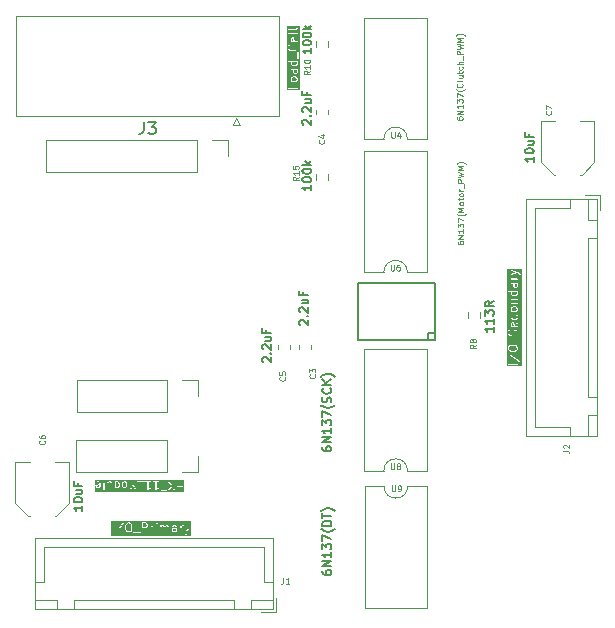
<source format=gbr>
%TF.GenerationSoftware,KiCad,Pcbnew,8.0.3*%
%TF.CreationDate,2024-06-13T16:05:25+05:30*%
%TF.ProjectId,OptoIsolation,4f70746f-4973-46f6-9c61-74696f6e2e6b,rev?*%
%TF.SameCoordinates,Original*%
%TF.FileFunction,Legend,Top*%
%TF.FilePolarity,Positive*%
%FSLAX46Y46*%
G04 Gerber Fmt 4.6, Leading zero omitted, Abs format (unit mm)*
G04 Created by KiCad (PCBNEW 8.0.3) date 2024-06-13 16:05:25*
%MOMM*%
%LPD*%
G01*
G04 APERTURE LIST*
%ADD10C,0.125000*%
%ADD11C,0.150000*%
%ADD12C,0.100000*%
%ADD13C,0.187500*%
%ADD14C,0.120000*%
G04 APERTURE END LIST*
D10*
X193233247Y-81012409D02*
X193233247Y-81417171D01*
X193233247Y-81417171D02*
X193257057Y-81464790D01*
X193257057Y-81464790D02*
X193280866Y-81488600D01*
X193280866Y-81488600D02*
X193328485Y-81512409D01*
X193328485Y-81512409D02*
X193423723Y-81512409D01*
X193423723Y-81512409D02*
X193471342Y-81488600D01*
X193471342Y-81488600D02*
X193495152Y-81464790D01*
X193495152Y-81464790D02*
X193518961Y-81417171D01*
X193518961Y-81417171D02*
X193518961Y-81012409D01*
X193971343Y-81012409D02*
X193876105Y-81012409D01*
X193876105Y-81012409D02*
X193828486Y-81036219D01*
X193828486Y-81036219D02*
X193804676Y-81060028D01*
X193804676Y-81060028D02*
X193757057Y-81131457D01*
X193757057Y-81131457D02*
X193733248Y-81226695D01*
X193733248Y-81226695D02*
X193733248Y-81417171D01*
X193733248Y-81417171D02*
X193757057Y-81464790D01*
X193757057Y-81464790D02*
X193780867Y-81488600D01*
X193780867Y-81488600D02*
X193828486Y-81512409D01*
X193828486Y-81512409D02*
X193923724Y-81512409D01*
X193923724Y-81512409D02*
X193971343Y-81488600D01*
X193971343Y-81488600D02*
X193995152Y-81464790D01*
X193995152Y-81464790D02*
X194018962Y-81417171D01*
X194018962Y-81417171D02*
X194018962Y-81298123D01*
X194018962Y-81298123D02*
X193995152Y-81250504D01*
X193995152Y-81250504D02*
X193971343Y-81226695D01*
X193971343Y-81226695D02*
X193923724Y-81202885D01*
X193923724Y-81202885D02*
X193828486Y-81202885D01*
X193828486Y-81202885D02*
X193780867Y-81226695D01*
X193780867Y-81226695D02*
X193757057Y-81250504D01*
X193757057Y-81250504D02*
X193733248Y-81298123D01*
X198899809Y-79061903D02*
X198899809Y-79157141D01*
X198899809Y-79157141D02*
X198923619Y-79204760D01*
X198923619Y-79204760D02*
X198947428Y-79228570D01*
X198947428Y-79228570D02*
X199018857Y-79276189D01*
X199018857Y-79276189D02*
X199114095Y-79299998D01*
X199114095Y-79299998D02*
X199304571Y-79299998D01*
X199304571Y-79299998D02*
X199352190Y-79276189D01*
X199352190Y-79276189D02*
X199376000Y-79252379D01*
X199376000Y-79252379D02*
X199399809Y-79204760D01*
X199399809Y-79204760D02*
X199399809Y-79109522D01*
X199399809Y-79109522D02*
X199376000Y-79061903D01*
X199376000Y-79061903D02*
X199352190Y-79038094D01*
X199352190Y-79038094D02*
X199304571Y-79014284D01*
X199304571Y-79014284D02*
X199185523Y-79014284D01*
X199185523Y-79014284D02*
X199137904Y-79038094D01*
X199137904Y-79038094D02*
X199114095Y-79061903D01*
X199114095Y-79061903D02*
X199090285Y-79109522D01*
X199090285Y-79109522D02*
X199090285Y-79204760D01*
X199090285Y-79204760D02*
X199114095Y-79252379D01*
X199114095Y-79252379D02*
X199137904Y-79276189D01*
X199137904Y-79276189D02*
X199185523Y-79299998D01*
X199399809Y-78799999D02*
X198899809Y-78799999D01*
X198899809Y-78799999D02*
X199399809Y-78514285D01*
X199399809Y-78514285D02*
X198899809Y-78514285D01*
X199399809Y-78014284D02*
X199399809Y-78299998D01*
X199399809Y-78157141D02*
X198899809Y-78157141D01*
X198899809Y-78157141D02*
X198971238Y-78204760D01*
X198971238Y-78204760D02*
X199018857Y-78252379D01*
X199018857Y-78252379D02*
X199042666Y-78299998D01*
X198899809Y-77847618D02*
X198899809Y-77538094D01*
X198899809Y-77538094D02*
X199090285Y-77704761D01*
X199090285Y-77704761D02*
X199090285Y-77633332D01*
X199090285Y-77633332D02*
X199114095Y-77585713D01*
X199114095Y-77585713D02*
X199137904Y-77561904D01*
X199137904Y-77561904D02*
X199185523Y-77538094D01*
X199185523Y-77538094D02*
X199304571Y-77538094D01*
X199304571Y-77538094D02*
X199352190Y-77561904D01*
X199352190Y-77561904D02*
X199376000Y-77585713D01*
X199376000Y-77585713D02*
X199399809Y-77633332D01*
X199399809Y-77633332D02*
X199399809Y-77776189D01*
X199399809Y-77776189D02*
X199376000Y-77823808D01*
X199376000Y-77823808D02*
X199352190Y-77847618D01*
X198899809Y-77371428D02*
X198899809Y-77038095D01*
X198899809Y-77038095D02*
X199399809Y-77252380D01*
X199590285Y-76704762D02*
X199566476Y-76728571D01*
X199566476Y-76728571D02*
X199495047Y-76776190D01*
X199495047Y-76776190D02*
X199447428Y-76800000D01*
X199447428Y-76800000D02*
X199376000Y-76823809D01*
X199376000Y-76823809D02*
X199256952Y-76847619D01*
X199256952Y-76847619D02*
X199161714Y-76847619D01*
X199161714Y-76847619D02*
X199042666Y-76823809D01*
X199042666Y-76823809D02*
X198971238Y-76800000D01*
X198971238Y-76800000D02*
X198923619Y-76776190D01*
X198923619Y-76776190D02*
X198852190Y-76728571D01*
X198852190Y-76728571D02*
X198828380Y-76704762D01*
X199399809Y-76514286D02*
X198899809Y-76514286D01*
X198899809Y-76514286D02*
X199256952Y-76347619D01*
X199256952Y-76347619D02*
X198899809Y-76180953D01*
X198899809Y-76180953D02*
X199399809Y-76180953D01*
X199399809Y-75871428D02*
X199376000Y-75919047D01*
X199376000Y-75919047D02*
X199352190Y-75942857D01*
X199352190Y-75942857D02*
X199304571Y-75966666D01*
X199304571Y-75966666D02*
X199161714Y-75966666D01*
X199161714Y-75966666D02*
X199114095Y-75942857D01*
X199114095Y-75942857D02*
X199090285Y-75919047D01*
X199090285Y-75919047D02*
X199066476Y-75871428D01*
X199066476Y-75871428D02*
X199066476Y-75800000D01*
X199066476Y-75800000D02*
X199090285Y-75752381D01*
X199090285Y-75752381D02*
X199114095Y-75728571D01*
X199114095Y-75728571D02*
X199161714Y-75704762D01*
X199161714Y-75704762D02*
X199304571Y-75704762D01*
X199304571Y-75704762D02*
X199352190Y-75728571D01*
X199352190Y-75728571D02*
X199376000Y-75752381D01*
X199376000Y-75752381D02*
X199399809Y-75800000D01*
X199399809Y-75800000D02*
X199399809Y-75871428D01*
X199066476Y-75561904D02*
X199066476Y-75371428D01*
X198899809Y-75490476D02*
X199328380Y-75490476D01*
X199328380Y-75490476D02*
X199376000Y-75466666D01*
X199376000Y-75466666D02*
X199399809Y-75419047D01*
X199399809Y-75419047D02*
X199399809Y-75371428D01*
X199399809Y-75133333D02*
X199376000Y-75180952D01*
X199376000Y-75180952D02*
X199352190Y-75204762D01*
X199352190Y-75204762D02*
X199304571Y-75228571D01*
X199304571Y-75228571D02*
X199161714Y-75228571D01*
X199161714Y-75228571D02*
X199114095Y-75204762D01*
X199114095Y-75204762D02*
X199090285Y-75180952D01*
X199090285Y-75180952D02*
X199066476Y-75133333D01*
X199066476Y-75133333D02*
X199066476Y-75061905D01*
X199066476Y-75061905D02*
X199090285Y-75014286D01*
X199090285Y-75014286D02*
X199114095Y-74990476D01*
X199114095Y-74990476D02*
X199161714Y-74966667D01*
X199161714Y-74966667D02*
X199304571Y-74966667D01*
X199304571Y-74966667D02*
X199352190Y-74990476D01*
X199352190Y-74990476D02*
X199376000Y-75014286D01*
X199376000Y-75014286D02*
X199399809Y-75061905D01*
X199399809Y-75061905D02*
X199399809Y-75133333D01*
X199399809Y-74752381D02*
X199066476Y-74752381D01*
X199161714Y-74752381D02*
X199114095Y-74728571D01*
X199114095Y-74728571D02*
X199090285Y-74704762D01*
X199090285Y-74704762D02*
X199066476Y-74657143D01*
X199066476Y-74657143D02*
X199066476Y-74609524D01*
X199447428Y-74561905D02*
X199447428Y-74180952D01*
X199399809Y-74061905D02*
X198899809Y-74061905D01*
X198899809Y-74061905D02*
X198899809Y-73871429D01*
X198899809Y-73871429D02*
X198923619Y-73823810D01*
X198923619Y-73823810D02*
X198947428Y-73800000D01*
X198947428Y-73800000D02*
X198995047Y-73776191D01*
X198995047Y-73776191D02*
X199066476Y-73776191D01*
X199066476Y-73776191D02*
X199114095Y-73800000D01*
X199114095Y-73800000D02*
X199137904Y-73823810D01*
X199137904Y-73823810D02*
X199161714Y-73871429D01*
X199161714Y-73871429D02*
X199161714Y-74061905D01*
X198899809Y-73609524D02*
X199399809Y-73490476D01*
X199399809Y-73490476D02*
X199042666Y-73395238D01*
X199042666Y-73395238D02*
X199399809Y-73300000D01*
X199399809Y-73300000D02*
X198899809Y-73180953D01*
X199399809Y-72990476D02*
X198899809Y-72990476D01*
X198899809Y-72990476D02*
X199256952Y-72823809D01*
X199256952Y-72823809D02*
X198899809Y-72657143D01*
X198899809Y-72657143D02*
X199399809Y-72657143D01*
X199590285Y-72466666D02*
X199566476Y-72442856D01*
X199566476Y-72442856D02*
X199495047Y-72395237D01*
X199495047Y-72395237D02*
X199447428Y-72371428D01*
X199447428Y-72371428D02*
X199376000Y-72347618D01*
X199376000Y-72347618D02*
X199256952Y-72323809D01*
X199256952Y-72323809D02*
X199161714Y-72323809D01*
X199161714Y-72323809D02*
X199042666Y-72347618D01*
X199042666Y-72347618D02*
X198971238Y-72371428D01*
X198971238Y-72371428D02*
X198923619Y-72395237D01*
X198923619Y-72395237D02*
X198852190Y-72442856D01*
X198852190Y-72442856D02*
X198828380Y-72466666D01*
X185455409Y-73597628D02*
X185217314Y-73764294D01*
X185455409Y-73883342D02*
X184955409Y-73883342D01*
X184955409Y-73883342D02*
X184955409Y-73692866D01*
X184955409Y-73692866D02*
X184979219Y-73645247D01*
X184979219Y-73645247D02*
X185003028Y-73621437D01*
X185003028Y-73621437D02*
X185050647Y-73597628D01*
X185050647Y-73597628D02*
X185122076Y-73597628D01*
X185122076Y-73597628D02*
X185169695Y-73621437D01*
X185169695Y-73621437D02*
X185193504Y-73645247D01*
X185193504Y-73645247D02*
X185217314Y-73692866D01*
X185217314Y-73692866D02*
X185217314Y-73883342D01*
X185455409Y-73121437D02*
X185455409Y-73407151D01*
X185455409Y-73264294D02*
X184955409Y-73264294D01*
X184955409Y-73264294D02*
X185026838Y-73311913D01*
X185026838Y-73311913D02*
X185074457Y-73359532D01*
X185074457Y-73359532D02*
X185098266Y-73407151D01*
X184955409Y-72669057D02*
X184955409Y-72907152D01*
X184955409Y-72907152D02*
X185193504Y-72930961D01*
X185193504Y-72930961D02*
X185169695Y-72907152D01*
X185169695Y-72907152D02*
X185145885Y-72859533D01*
X185145885Y-72859533D02*
X185145885Y-72740485D01*
X185145885Y-72740485D02*
X185169695Y-72692866D01*
X185169695Y-72692866D02*
X185193504Y-72669057D01*
X185193504Y-72669057D02*
X185241123Y-72645247D01*
X185241123Y-72645247D02*
X185360171Y-72645247D01*
X185360171Y-72645247D02*
X185407790Y-72669057D01*
X185407790Y-72669057D02*
X185431600Y-72692866D01*
X185431600Y-72692866D02*
X185455409Y-72740485D01*
X185455409Y-72740485D02*
X185455409Y-72859533D01*
X185455409Y-72859533D02*
X185431600Y-72907152D01*
X185431600Y-72907152D02*
X185407790Y-72930961D01*
D11*
X186519964Y-74304271D02*
X186519964Y-74732842D01*
X186519964Y-74518557D02*
X185769964Y-74518557D01*
X185769964Y-74518557D02*
X185877107Y-74589985D01*
X185877107Y-74589985D02*
X185948535Y-74661414D01*
X185948535Y-74661414D02*
X185984250Y-74732842D01*
X185769964Y-73839985D02*
X185769964Y-73768556D01*
X185769964Y-73768556D02*
X185805678Y-73697128D01*
X185805678Y-73697128D02*
X185841392Y-73661414D01*
X185841392Y-73661414D02*
X185912821Y-73625699D01*
X185912821Y-73625699D02*
X186055678Y-73589985D01*
X186055678Y-73589985D02*
X186234250Y-73589985D01*
X186234250Y-73589985D02*
X186377107Y-73625699D01*
X186377107Y-73625699D02*
X186448535Y-73661414D01*
X186448535Y-73661414D02*
X186484250Y-73697128D01*
X186484250Y-73697128D02*
X186519964Y-73768556D01*
X186519964Y-73768556D02*
X186519964Y-73839985D01*
X186519964Y-73839985D02*
X186484250Y-73911414D01*
X186484250Y-73911414D02*
X186448535Y-73947128D01*
X186448535Y-73947128D02*
X186377107Y-73982842D01*
X186377107Y-73982842D02*
X186234250Y-74018556D01*
X186234250Y-74018556D02*
X186055678Y-74018556D01*
X186055678Y-74018556D02*
X185912821Y-73982842D01*
X185912821Y-73982842D02*
X185841392Y-73947128D01*
X185841392Y-73947128D02*
X185805678Y-73911414D01*
X185805678Y-73911414D02*
X185769964Y-73839985D01*
X185769964Y-73125699D02*
X185769964Y-73054270D01*
X185769964Y-73054270D02*
X185805678Y-72982842D01*
X185805678Y-72982842D02*
X185841392Y-72947128D01*
X185841392Y-72947128D02*
X185912821Y-72911413D01*
X185912821Y-72911413D02*
X186055678Y-72875699D01*
X186055678Y-72875699D02*
X186234250Y-72875699D01*
X186234250Y-72875699D02*
X186377107Y-72911413D01*
X186377107Y-72911413D02*
X186448535Y-72947128D01*
X186448535Y-72947128D02*
X186484250Y-72982842D01*
X186484250Y-72982842D02*
X186519964Y-73054270D01*
X186519964Y-73054270D02*
X186519964Y-73125699D01*
X186519964Y-73125699D02*
X186484250Y-73197128D01*
X186484250Y-73197128D02*
X186448535Y-73232842D01*
X186448535Y-73232842D02*
X186377107Y-73268556D01*
X186377107Y-73268556D02*
X186234250Y-73304270D01*
X186234250Y-73304270D02*
X186055678Y-73304270D01*
X186055678Y-73304270D02*
X185912821Y-73268556D01*
X185912821Y-73268556D02*
X185841392Y-73232842D01*
X185841392Y-73232842D02*
X185805678Y-73197128D01*
X185805678Y-73197128D02*
X185769964Y-73125699D01*
X186519964Y-72554270D02*
X185769964Y-72554270D01*
X186234250Y-72482842D02*
X186519964Y-72268556D01*
X186019964Y-72268556D02*
X186305678Y-72554270D01*
D10*
X207849809Y-96766666D02*
X208206952Y-96766666D01*
X208206952Y-96766666D02*
X208278380Y-96790475D01*
X208278380Y-96790475D02*
X208326000Y-96838094D01*
X208326000Y-96838094D02*
X208349809Y-96909523D01*
X208349809Y-96909523D02*
X208349809Y-96957142D01*
X207897428Y-96552380D02*
X207873619Y-96528571D01*
X207873619Y-96528571D02*
X207849809Y-96480952D01*
X207849809Y-96480952D02*
X207849809Y-96361904D01*
X207849809Y-96361904D02*
X207873619Y-96314285D01*
X207873619Y-96314285D02*
X207897428Y-96290476D01*
X207897428Y-96290476D02*
X207945047Y-96266666D01*
X207945047Y-96266666D02*
X207992666Y-96266666D01*
X207992666Y-96266666D02*
X208064095Y-96290476D01*
X208064095Y-96290476D02*
X208349809Y-96576190D01*
X208349809Y-96576190D02*
X208349809Y-96266666D01*
D12*
G36*
X203833149Y-87919085D02*
G01*
X203888985Y-87973960D01*
X203916829Y-88028187D01*
X203917580Y-88147521D01*
X203891555Y-88200999D01*
X203835361Y-88258175D01*
X203714045Y-88289294D01*
X203476411Y-88290173D01*
X203350378Y-88259483D01*
X203294544Y-88204610D01*
X203266698Y-88150381D01*
X203265947Y-88031046D01*
X203291972Y-87977570D01*
X203348166Y-87920393D01*
X203469484Y-87889273D01*
X203707116Y-87888394D01*
X203833149Y-87919085D01*
G37*
G36*
X203656702Y-86218514D02*
G01*
X203587240Y-86218740D01*
X203539993Y-86195747D01*
X203516698Y-86150381D01*
X203515947Y-86031046D01*
X203538871Y-85983942D01*
X203584352Y-85960589D01*
X203604379Y-85960352D01*
X203656702Y-86218514D01*
G37*
G36*
X203864314Y-84664553D02*
G01*
X203889190Y-84688647D01*
X203916849Y-84742512D01*
X203917537Y-84826181D01*
X203891495Y-84879692D01*
X203867400Y-84904567D01*
X203813615Y-84932185D01*
X203622906Y-84933003D01*
X203569210Y-84906871D01*
X203544338Y-84882779D01*
X203516678Y-84828912D01*
X203515990Y-84745243D01*
X203542033Y-84691731D01*
X203566125Y-84666858D01*
X203619912Y-84639239D01*
X203810621Y-84638421D01*
X203864314Y-84664553D01*
G37*
G36*
X203916829Y-83349616D02*
G01*
X203917580Y-83468950D01*
X203891495Y-83522550D01*
X203867400Y-83547425D01*
X203813615Y-83575043D01*
X203622906Y-83575861D01*
X203569210Y-83549729D01*
X203544338Y-83525637D01*
X203516698Y-83471810D01*
X203515947Y-83352476D01*
X203532990Y-83317457D01*
X203900077Y-83316992D01*
X203916829Y-83349616D01*
G37*
G36*
X203916816Y-82671021D02*
G01*
X203917607Y-82826038D01*
X203894657Y-82873197D01*
X203849174Y-82896551D01*
X203801128Y-82897120D01*
X203754279Y-82874320D01*
X203730997Y-82828978D01*
X203730178Y-82668403D01*
X203730657Y-82666967D01*
X203730133Y-82659594D01*
X203730089Y-82650959D01*
X203729401Y-82649298D01*
X203729274Y-82647507D01*
X203725989Y-82638922D01*
X203900121Y-82638507D01*
X203916816Y-82671021D01*
G37*
G36*
X204349704Y-89579760D02*
G01*
X203047717Y-89579760D01*
X203047717Y-89436672D01*
X203167725Y-89436672D01*
X203167725Y-89456182D01*
X203175191Y-89474206D01*
X203188985Y-89488000D01*
X203207009Y-89495466D01*
X203216764Y-89496427D01*
X203976519Y-89495466D01*
X203994543Y-89488000D01*
X204008337Y-89474206D01*
X204015803Y-89456182D01*
X204015803Y-89436672D01*
X204008337Y-89418648D01*
X203994543Y-89404854D01*
X203976519Y-89397388D01*
X203966764Y-89396427D01*
X203207009Y-89397388D01*
X203188985Y-89404854D01*
X203175191Y-89418648D01*
X203167725Y-89436672D01*
X203047717Y-89436672D01*
X203047717Y-88553623D01*
X203131050Y-88553623D01*
X203134876Y-88572752D01*
X203145731Y-88588962D01*
X203153315Y-88595173D01*
X204126250Y-89242641D01*
X204145388Y-89246427D01*
X204164517Y-89242601D01*
X204180727Y-89231746D01*
X204191549Y-89215513D01*
X204195335Y-89196374D01*
X204191509Y-89177245D01*
X204180654Y-89161035D01*
X204173070Y-89154825D01*
X203200135Y-88507356D01*
X203180997Y-88503570D01*
X203161868Y-88507396D01*
X203145658Y-88518251D01*
X203134836Y-88534485D01*
X203131050Y-88553623D01*
X203047717Y-88553623D01*
X203047717Y-88017856D01*
X203166764Y-88017856D01*
X203167615Y-88153082D01*
X203167157Y-88154458D01*
X203167669Y-88161671D01*
X203167725Y-88170468D01*
X203168412Y-88172128D01*
X203168540Y-88173919D01*
X203172043Y-88183073D01*
X203208416Y-88253911D01*
X203210905Y-88259920D01*
X203212498Y-88261861D01*
X203212979Y-88262798D01*
X203213975Y-88263662D01*
X203217123Y-88267498D01*
X203285244Y-88334447D01*
X203286875Y-88337164D01*
X203291485Y-88340580D01*
X203296129Y-88345144D01*
X203299564Y-88346567D01*
X203302550Y-88348779D01*
X203311780Y-88352077D01*
X203451843Y-88386183D01*
X203457009Y-88388323D01*
X203463091Y-88388922D01*
X203464335Y-88389225D01*
X203465063Y-88389116D01*
X203466764Y-88389284D01*
X203713458Y-88388371D01*
X203719194Y-88389225D01*
X203725262Y-88388327D01*
X203726519Y-88388323D01*
X203727199Y-88388041D01*
X203728891Y-88387791D01*
X203866048Y-88352609D01*
X203869374Y-88352609D01*
X203874786Y-88350367D01*
X203880979Y-88348779D01*
X203883965Y-88346565D01*
X203887399Y-88345144D01*
X203894976Y-88338926D01*
X203965438Y-88267230D01*
X203970549Y-88262798D01*
X203971893Y-88260662D01*
X203972623Y-88259920D01*
X203973128Y-88258700D01*
X203975771Y-88254502D01*
X204007478Y-88189350D01*
X204008337Y-88188492D01*
X204010857Y-88182408D01*
X204014989Y-88173918D01*
X204015116Y-88172125D01*
X204015803Y-88170468D01*
X204016764Y-88160713D01*
X204015912Y-88025486D01*
X204016371Y-88024111D01*
X204015858Y-88016892D01*
X204015803Y-88008101D01*
X204015116Y-88006443D01*
X204014989Y-88004651D01*
X204011486Y-87995496D01*
X203975111Y-87924656D01*
X203972623Y-87918649D01*
X203971029Y-87916707D01*
X203970549Y-87915771D01*
X203969552Y-87914906D01*
X203966405Y-87911071D01*
X203898285Y-87844123D01*
X203896654Y-87841405D01*
X203892039Y-87837985D01*
X203887399Y-87833425D01*
X203883965Y-87832003D01*
X203880979Y-87829790D01*
X203871748Y-87826492D01*
X203731684Y-87792384D01*
X203726519Y-87790245D01*
X203720438Y-87789645D01*
X203719194Y-87789343D01*
X203718464Y-87789451D01*
X203716764Y-87789284D01*
X203470069Y-87790196D01*
X203464334Y-87789343D01*
X203458265Y-87790240D01*
X203457009Y-87790245D01*
X203456328Y-87790526D01*
X203454637Y-87790777D01*
X203317480Y-87825960D01*
X203314153Y-87825960D01*
X203308739Y-87828201D01*
X203302549Y-87829790D01*
X203299562Y-87832002D01*
X203296129Y-87833425D01*
X203288552Y-87839644D01*
X203218090Y-87911338D01*
X203212979Y-87915771D01*
X203211634Y-87917906D01*
X203210905Y-87918649D01*
X203210400Y-87919866D01*
X203207757Y-87924066D01*
X203176050Y-87989217D01*
X203175191Y-87990077D01*
X203172668Y-87996166D01*
X203168540Y-88004650D01*
X203168412Y-88006440D01*
X203167725Y-88008101D01*
X203166764Y-88017856D01*
X203047717Y-88017856D01*
X203047717Y-87124999D01*
X203988192Y-87124999D01*
X203989153Y-87706183D01*
X203996619Y-87724207D01*
X204010413Y-87738001D01*
X204028437Y-87745467D01*
X204047947Y-87745467D01*
X204065971Y-87738001D01*
X204079765Y-87724207D01*
X204087231Y-87706183D01*
X204088192Y-87696428D01*
X204087231Y-87115244D01*
X204079765Y-87097220D01*
X204065971Y-87083426D01*
X204047947Y-87075960D01*
X204028437Y-87075960D01*
X204010413Y-87083426D01*
X203996619Y-87097220D01*
X203989153Y-87115244D01*
X203988192Y-87124999D01*
X203047717Y-87124999D01*
X203047717Y-86660713D01*
X203166764Y-86660713D01*
X203167635Y-86831592D01*
X203167157Y-86833029D01*
X203167680Y-86840401D01*
X203167725Y-86849039D01*
X203168412Y-86850699D01*
X203168540Y-86852490D01*
X203172043Y-86861644D01*
X203208412Y-86932476D01*
X203210904Y-86938491D01*
X203212499Y-86940434D01*
X203212979Y-86941369D01*
X203213975Y-86942233D01*
X203217123Y-86946068D01*
X203253666Y-86981464D01*
X203257536Y-86985926D01*
X203259640Y-86987250D01*
X203260414Y-86988000D01*
X203261633Y-86988505D01*
X203265832Y-86991148D01*
X203330983Y-87022855D01*
X203331842Y-87023714D01*
X203337925Y-87026234D01*
X203346416Y-87030366D01*
X203348208Y-87030493D01*
X203349866Y-87031180D01*
X203359621Y-87032141D01*
X203423699Y-87031382D01*
X203424796Y-87031748D01*
X203431186Y-87031293D01*
X203440805Y-87031180D01*
X203442465Y-87030492D01*
X203444256Y-87030365D01*
X203453411Y-87026862D01*
X203524242Y-86990491D01*
X203530256Y-86988001D01*
X203532199Y-86986405D01*
X203533134Y-86985926D01*
X203533998Y-86984929D01*
X203537833Y-86981782D01*
X203573229Y-86945238D01*
X203577691Y-86941369D01*
X203579015Y-86939264D01*
X203579765Y-86938491D01*
X203580269Y-86937273D01*
X203582913Y-86933074D01*
X203616342Y-86864383D01*
X203619116Y-86860641D01*
X203621745Y-86853282D01*
X203622131Y-86852490D01*
X203622156Y-86852131D01*
X203622414Y-86851411D01*
X203655075Y-86717280D01*
X203684890Y-86656017D01*
X203708984Y-86631143D01*
X203762924Y-86603446D01*
X203810970Y-86602877D01*
X203864316Y-86628839D01*
X203889190Y-86652933D01*
X203916816Y-86706734D01*
X203917621Y-86864449D01*
X203881443Y-86975888D01*
X203882826Y-86995348D01*
X203891550Y-87012796D01*
X203906288Y-87025579D01*
X203924797Y-87031748D01*
X203944257Y-87030365D01*
X203961705Y-87021641D01*
X203974488Y-87006903D01*
X203978484Y-86997952D01*
X204013171Y-86891105D01*
X204015803Y-86884754D01*
X204016050Y-86882238D01*
X204016371Y-86881252D01*
X204016277Y-86879936D01*
X204016764Y-86874999D01*
X204015892Y-86704117D01*
X204016371Y-86702681D01*
X204015847Y-86695308D01*
X204015803Y-86686672D01*
X204015115Y-86685011D01*
X204014988Y-86683221D01*
X204011485Y-86674066D01*
X203975116Y-86603238D01*
X203972624Y-86597221D01*
X203971028Y-86595276D01*
X203970549Y-86594343D01*
X203969554Y-86593480D01*
X203966406Y-86589644D01*
X203929855Y-86554240D01*
X203925991Y-86549785D01*
X203923889Y-86548461D01*
X203923113Y-86547710D01*
X203921890Y-86547203D01*
X203917696Y-86544563D01*
X203852545Y-86512856D01*
X203851686Y-86511997D01*
X203845595Y-86509474D01*
X203837113Y-86505346D01*
X203835322Y-86505218D01*
X203833662Y-86504531D01*
X203823907Y-86503570D01*
X203759828Y-86504328D01*
X203758732Y-86503963D01*
X203752341Y-86504417D01*
X203742723Y-86504531D01*
X203741062Y-86505218D01*
X203739272Y-86505346D01*
X203730117Y-86508849D01*
X203659289Y-86545217D01*
X203653272Y-86547710D01*
X203651327Y-86549305D01*
X203650394Y-86549785D01*
X203649531Y-86550779D01*
X203645695Y-86553928D01*
X203610291Y-86590478D01*
X203605836Y-86594343D01*
X203604512Y-86596444D01*
X203603761Y-86597221D01*
X203603254Y-86598443D01*
X203600614Y-86602638D01*
X203567186Y-86671324D01*
X203564412Y-86675069D01*
X203561782Y-86682428D01*
X203561397Y-86683221D01*
X203561371Y-86683579D01*
X203561114Y-86684300D01*
X203528452Y-86818430D01*
X203498637Y-86879693D01*
X203474543Y-86904567D01*
X203420603Y-86932264D01*
X203372557Y-86932833D01*
X203319210Y-86906871D01*
X203294338Y-86882779D01*
X203266711Y-86828976D01*
X203265906Y-86671261D01*
X203302085Y-86559823D01*
X203300702Y-86540362D01*
X203291978Y-86522914D01*
X203277240Y-86510132D01*
X203258731Y-86503962D01*
X203239271Y-86505345D01*
X203221823Y-86514070D01*
X203209040Y-86528808D01*
X203205044Y-86537758D01*
X203170355Y-86644606D01*
X203167725Y-86650958D01*
X203167477Y-86653473D01*
X203167157Y-86654460D01*
X203167250Y-86655775D01*
X203166764Y-86660713D01*
X203047717Y-86660713D01*
X203047717Y-86017855D01*
X203416764Y-86017855D01*
X203417615Y-86153083D01*
X203417157Y-86154459D01*
X203417669Y-86161671D01*
X203417725Y-86170468D01*
X203418412Y-86172128D01*
X203418540Y-86173919D01*
X203422043Y-86183074D01*
X203457352Y-86251838D01*
X203459040Y-86256902D01*
X203461275Y-86259479D01*
X203462979Y-86262797D01*
X203467714Y-86266904D01*
X203471822Y-86271640D01*
X203476756Y-86274746D01*
X203477717Y-86275579D01*
X203478488Y-86275836D01*
X203480118Y-86276862D01*
X203545269Y-86308569D01*
X203546128Y-86309428D01*
X203552211Y-86311948D01*
X203560702Y-86316080D01*
X203562494Y-86316207D01*
X203564152Y-86316894D01*
X203573907Y-86317855D01*
X203714504Y-86317397D01*
X203716816Y-86317855D01*
X203719178Y-86317382D01*
X203851833Y-86316951D01*
X203853366Y-86317462D01*
X203860974Y-86316921D01*
X203869376Y-86316894D01*
X203871036Y-86316206D01*
X203872827Y-86316079D01*
X203881981Y-86312576D01*
X203950747Y-86277266D01*
X203955811Y-86275579D01*
X203958388Y-86273343D01*
X203961706Y-86271640D01*
X203965813Y-86266904D01*
X203970549Y-86262797D01*
X203973656Y-86257860D01*
X203974488Y-86256902D01*
X203974744Y-86256132D01*
X203975771Y-86254502D01*
X204007477Y-86189351D01*
X204008337Y-86188492D01*
X204010859Y-86182401D01*
X204014988Y-86173919D01*
X204015115Y-86172128D01*
X204015803Y-86170468D01*
X204016764Y-86160713D01*
X204015912Y-86025484D01*
X204016371Y-86024109D01*
X204015858Y-86016896D01*
X204015803Y-86008100D01*
X204015115Y-86006439D01*
X204014988Y-86004649D01*
X204011485Y-85995494D01*
X203970549Y-85915771D01*
X203955811Y-85902989D01*
X203937304Y-85896820D01*
X203917844Y-85898203D01*
X203900394Y-85906928D01*
X203887612Y-85921666D01*
X203881443Y-85940173D01*
X203882826Y-85959633D01*
X203886329Y-85968788D01*
X203916829Y-86028186D01*
X203917580Y-86147521D01*
X203894657Y-86194624D01*
X203849350Y-86217888D01*
X203757713Y-86218186D01*
X203694374Y-85905665D01*
X203694374Y-85900958D01*
X203692505Y-85896447D01*
X203691509Y-85891530D01*
X203688781Y-85887458D01*
X203686908Y-85882934D01*
X203683408Y-85879434D01*
X203680653Y-85875320D01*
X203676576Y-85872602D01*
X203673114Y-85869140D01*
X203668541Y-85867246D01*
X203664421Y-85864499D01*
X203659614Y-85863548D01*
X203655090Y-85861674D01*
X203645335Y-85860713D01*
X203645285Y-85860713D01*
X203645283Y-85860713D01*
X203645279Y-85860713D01*
X203581258Y-85861471D01*
X203580162Y-85861106D01*
X203573766Y-85861560D01*
X203564152Y-85861674D01*
X203562494Y-85862360D01*
X203560702Y-85862488D01*
X203551547Y-85865991D01*
X203482779Y-85901301D01*
X203477717Y-85902989D01*
X203475139Y-85905224D01*
X203471822Y-85906928D01*
X203467714Y-85911663D01*
X203462979Y-85915771D01*
X203459871Y-85920707D01*
X203459040Y-85921666D01*
X203458783Y-85922435D01*
X203457757Y-85924066D01*
X203426050Y-85989216D01*
X203425191Y-85990076D01*
X203422668Y-85996166D01*
X203418540Y-86004649D01*
X203418412Y-86006439D01*
X203417725Y-86008100D01*
X203416764Y-86017855D01*
X203047717Y-86017855D01*
X203047717Y-85339284D01*
X203416764Y-85339284D01*
X203417615Y-85474510D01*
X203417157Y-85475886D01*
X203417669Y-85483099D01*
X203417725Y-85491896D01*
X203418412Y-85493556D01*
X203418540Y-85495347D01*
X203422043Y-85504501D01*
X203458412Y-85575333D01*
X203460904Y-85581348D01*
X203462499Y-85583291D01*
X203462979Y-85584226D01*
X203463975Y-85585090D01*
X203467123Y-85588925D01*
X203503666Y-85624321D01*
X203507536Y-85628783D01*
X203509640Y-85630107D01*
X203510414Y-85630857D01*
X203511633Y-85631362D01*
X203515832Y-85634005D01*
X203580983Y-85665712D01*
X203581842Y-85666571D01*
X203587925Y-85669091D01*
X203596416Y-85673223D01*
X203598208Y-85673350D01*
X203599866Y-85674037D01*
X203609621Y-85674998D01*
X203816174Y-85674112D01*
X203817653Y-85674605D01*
X203825130Y-85674073D01*
X203833662Y-85674037D01*
X203835322Y-85673349D01*
X203837113Y-85673222D01*
X203846268Y-85669719D01*
X203917103Y-85633346D01*
X203923112Y-85630858D01*
X203925055Y-85629263D01*
X203925991Y-85628783D01*
X203926855Y-85627786D01*
X203930690Y-85624640D01*
X203966092Y-85588091D01*
X203970549Y-85584226D01*
X203971871Y-85582124D01*
X203972623Y-85581349D01*
X203973129Y-85580127D01*
X203975771Y-85575930D01*
X204007478Y-85510778D01*
X204008337Y-85509920D01*
X204010857Y-85503836D01*
X204014989Y-85495346D01*
X204015116Y-85493553D01*
X204015803Y-85491896D01*
X204016764Y-85482141D01*
X204015912Y-85346913D01*
X204016371Y-85345538D01*
X204015858Y-85338325D01*
X204015803Y-85329529D01*
X204015115Y-85327868D01*
X204014988Y-85326078D01*
X204011485Y-85316923D01*
X203970549Y-85237200D01*
X203955811Y-85224418D01*
X203937304Y-85218249D01*
X203917844Y-85219632D01*
X203900394Y-85228357D01*
X203887612Y-85243095D01*
X203881443Y-85261602D01*
X203882826Y-85281062D01*
X203886329Y-85290217D01*
X203916829Y-85349615D01*
X203917580Y-85468949D01*
X203891495Y-85522549D01*
X203867400Y-85547424D01*
X203813615Y-85575042D01*
X203622906Y-85575860D01*
X203569210Y-85549728D01*
X203544338Y-85525636D01*
X203516698Y-85471809D01*
X203515947Y-85352475D01*
X203550702Y-85281062D01*
X203552085Y-85261602D01*
X203545916Y-85243095D01*
X203533134Y-85228357D01*
X203515684Y-85219632D01*
X203496224Y-85218249D01*
X203477717Y-85224418D01*
X203462979Y-85237200D01*
X203457757Y-85245495D01*
X203426050Y-85310645D01*
X203425191Y-85311505D01*
X203422668Y-85317595D01*
X203418540Y-85326078D01*
X203418412Y-85327868D01*
X203417725Y-85329529D01*
X203416764Y-85339284D01*
X203047717Y-85339284D01*
X203047717Y-84732141D01*
X203416764Y-84732141D01*
X203417582Y-84831751D01*
X203417157Y-84833029D01*
X203417650Y-84839972D01*
X203417725Y-84849039D01*
X203418412Y-84850699D01*
X203418540Y-84852490D01*
X203422043Y-84861644D01*
X203458412Y-84932476D01*
X203460904Y-84938491D01*
X203462499Y-84940434D01*
X203462979Y-84941369D01*
X203463975Y-84942233D01*
X203467123Y-84946068D01*
X203503666Y-84981464D01*
X203507536Y-84985926D01*
X203509640Y-84987250D01*
X203510414Y-84988000D01*
X203511633Y-84988505D01*
X203515832Y-84991148D01*
X203580983Y-85022855D01*
X203581842Y-85023714D01*
X203587925Y-85026234D01*
X203596416Y-85030366D01*
X203598208Y-85030493D01*
X203599866Y-85031180D01*
X203609621Y-85032141D01*
X203816174Y-85031255D01*
X203817653Y-85031748D01*
X203825130Y-85031216D01*
X203833662Y-85031180D01*
X203835322Y-85030492D01*
X203837113Y-85030365D01*
X203846268Y-85026862D01*
X203917103Y-84990489D01*
X203923112Y-84988001D01*
X203925055Y-84986406D01*
X203925991Y-84985926D01*
X203926855Y-84984929D01*
X203930690Y-84981783D01*
X203966092Y-84945234D01*
X203970549Y-84941369D01*
X203971871Y-84939267D01*
X203972623Y-84938492D01*
X203973129Y-84937270D01*
X203975771Y-84933073D01*
X204007478Y-84867921D01*
X204008337Y-84867063D01*
X204010857Y-84860979D01*
X204014989Y-84852489D01*
X204015116Y-84850696D01*
X204015803Y-84849039D01*
X204016764Y-84839284D01*
X204015945Y-84739672D01*
X204016371Y-84738395D01*
X204015877Y-84731451D01*
X204015803Y-84722386D01*
X204015115Y-84720725D01*
X204014988Y-84718935D01*
X204011485Y-84709780D01*
X203975112Y-84638944D01*
X203972623Y-84632934D01*
X203971028Y-84630991D01*
X203970549Y-84630057D01*
X203969553Y-84629193D01*
X203966405Y-84625357D01*
X203929858Y-84589959D01*
X203925991Y-84585500D01*
X203923886Y-84584175D01*
X203923112Y-84583425D01*
X203921892Y-84582920D01*
X203917696Y-84580278D01*
X203852545Y-84548570D01*
X203851686Y-84547711D01*
X203845594Y-84545187D01*
X203837113Y-84541060D01*
X203835322Y-84540932D01*
X203833662Y-84540245D01*
X203823907Y-84539284D01*
X203617353Y-84540169D01*
X203615875Y-84539677D01*
X203608397Y-84540208D01*
X203599866Y-84540245D01*
X203598205Y-84540932D01*
X203596415Y-84541060D01*
X203587260Y-84544563D01*
X203516420Y-84580937D01*
X203510414Y-84583426D01*
X203508472Y-84585018D01*
X203507536Y-84585500D01*
X203506670Y-84586498D01*
X203502837Y-84589644D01*
X203467435Y-84626191D01*
X203462979Y-84630057D01*
X203461655Y-84632158D01*
X203460904Y-84632935D01*
X203460397Y-84634157D01*
X203457757Y-84638352D01*
X203426050Y-84703502D01*
X203425191Y-84704362D01*
X203422668Y-84710452D01*
X203418540Y-84718935D01*
X203418412Y-84720725D01*
X203417725Y-84722386D01*
X203416764Y-84732141D01*
X203047717Y-84732141D01*
X203047717Y-84053570D01*
X203416764Y-84053570D01*
X203417582Y-84153180D01*
X203417157Y-84154458D01*
X203417650Y-84161401D01*
X203417725Y-84170468D01*
X203418412Y-84172128D01*
X203418540Y-84173919D01*
X203422043Y-84183073D01*
X203443309Y-84224491D01*
X203438985Y-84226283D01*
X203425191Y-84240077D01*
X203417725Y-84258101D01*
X203417725Y-84277611D01*
X203425191Y-84295635D01*
X203438985Y-84309429D01*
X203457009Y-84316895D01*
X203466764Y-84317856D01*
X203976519Y-84316895D01*
X203994543Y-84309429D01*
X204008337Y-84295635D01*
X204015803Y-84277611D01*
X204015803Y-84258101D01*
X204008337Y-84240077D01*
X203994543Y-84226283D01*
X203976519Y-84218817D01*
X203966764Y-84217856D01*
X203559220Y-84218624D01*
X203544338Y-84204208D01*
X203516678Y-84150341D01*
X203515990Y-84066672D01*
X203538871Y-84019657D01*
X203584159Y-83996403D01*
X203976519Y-83995467D01*
X203994543Y-83988001D01*
X204008337Y-83974207D01*
X204015803Y-83956183D01*
X204015803Y-83936673D01*
X204008337Y-83918649D01*
X203994543Y-83904855D01*
X203976519Y-83897389D01*
X203966764Y-83896428D01*
X203581739Y-83897347D01*
X203580162Y-83896821D01*
X203572442Y-83897369D01*
X203564152Y-83897389D01*
X203562494Y-83898075D01*
X203560702Y-83898203D01*
X203551547Y-83901706D01*
X203482779Y-83937016D01*
X203477717Y-83938704D01*
X203475139Y-83940939D01*
X203471822Y-83942643D01*
X203467714Y-83947378D01*
X203462979Y-83951486D01*
X203459871Y-83956422D01*
X203459040Y-83957381D01*
X203458783Y-83958150D01*
X203457757Y-83959781D01*
X203426050Y-84024931D01*
X203425191Y-84025791D01*
X203422668Y-84031881D01*
X203418540Y-84040364D01*
X203418412Y-84042154D01*
X203417725Y-84043815D01*
X203416764Y-84053570D01*
X203047717Y-84053570D01*
X203047717Y-83258102D01*
X203167725Y-83258102D01*
X203167725Y-83277612D01*
X203175191Y-83295636D01*
X203188985Y-83309430D01*
X203207009Y-83316896D01*
X203216764Y-83317857D01*
X203422668Y-83317596D01*
X203418540Y-83326079D01*
X203418412Y-83327869D01*
X203417725Y-83329530D01*
X203416764Y-83339285D01*
X203417615Y-83474511D01*
X203417157Y-83475887D01*
X203417669Y-83483100D01*
X203417725Y-83491897D01*
X203418412Y-83493557D01*
X203418540Y-83495348D01*
X203422043Y-83504502D01*
X203458412Y-83575334D01*
X203460904Y-83581349D01*
X203462499Y-83583292D01*
X203462979Y-83584227D01*
X203463975Y-83585091D01*
X203467123Y-83588926D01*
X203503666Y-83624322D01*
X203507536Y-83628784D01*
X203509640Y-83630108D01*
X203510414Y-83630858D01*
X203511633Y-83631363D01*
X203515832Y-83634006D01*
X203580983Y-83665713D01*
X203581842Y-83666572D01*
X203587925Y-83669092D01*
X203596416Y-83673224D01*
X203598208Y-83673351D01*
X203599866Y-83674038D01*
X203609621Y-83674999D01*
X203816174Y-83674113D01*
X203817653Y-83674606D01*
X203825130Y-83674074D01*
X203833662Y-83674038D01*
X203835322Y-83673350D01*
X203837113Y-83673223D01*
X203846268Y-83669720D01*
X203917103Y-83633347D01*
X203923112Y-83630859D01*
X203925055Y-83629264D01*
X203925991Y-83628784D01*
X203926855Y-83627787D01*
X203930690Y-83624641D01*
X203966092Y-83588092D01*
X203970549Y-83584227D01*
X203971871Y-83582125D01*
X203972623Y-83581350D01*
X203973129Y-83580128D01*
X203975771Y-83575931D01*
X204007478Y-83510779D01*
X204008337Y-83509921D01*
X204010857Y-83503837D01*
X204014989Y-83495347D01*
X204015116Y-83493554D01*
X204015803Y-83491897D01*
X204016764Y-83482142D01*
X204015912Y-83346914D01*
X204016371Y-83345539D01*
X204015858Y-83338326D01*
X204015803Y-83329530D01*
X204015115Y-83327869D01*
X204014988Y-83326079D01*
X204011485Y-83316924D01*
X204003194Y-83300778D01*
X204008337Y-83295636D01*
X204015803Y-83277612D01*
X204015803Y-83258102D01*
X204008337Y-83240078D01*
X203994543Y-83226284D01*
X203976519Y-83218818D01*
X203966764Y-83217857D01*
X203499019Y-83218448D01*
X203496224Y-83218250D01*
X203495615Y-83218452D01*
X203207009Y-83218818D01*
X203188985Y-83226284D01*
X203175191Y-83240078D01*
X203167725Y-83258102D01*
X203047717Y-83258102D01*
X203047717Y-82696428D01*
X203416764Y-82696428D01*
X203417615Y-82831656D01*
X203417157Y-82833032D01*
X203417669Y-82840244D01*
X203417725Y-82849041D01*
X203418412Y-82850701D01*
X203418540Y-82852492D01*
X203422043Y-82861647D01*
X203462979Y-82941370D01*
X203477717Y-82954152D01*
X203496224Y-82960321D01*
X203515684Y-82958938D01*
X203533134Y-82950213D01*
X203545916Y-82935475D01*
X203552085Y-82916968D01*
X203550702Y-82897508D01*
X203547199Y-82888353D01*
X203516698Y-82828954D01*
X203515947Y-82709619D01*
X203538871Y-82662515D01*
X203584159Y-82639261D01*
X203614756Y-82639188D01*
X203631102Y-82671022D01*
X203631921Y-82831595D01*
X203631443Y-82833032D01*
X203631966Y-82840404D01*
X203632011Y-82849041D01*
X203632698Y-82850701D01*
X203632826Y-82852492D01*
X203636329Y-82861647D01*
X203671638Y-82930412D01*
X203673326Y-82935475D01*
X203675561Y-82938052D01*
X203677265Y-82941370D01*
X203682000Y-82945477D01*
X203686108Y-82950213D01*
X203691044Y-82953320D01*
X203692003Y-82954152D01*
X203692772Y-82954408D01*
X203694403Y-82955435D01*
X203759553Y-82987141D01*
X203760413Y-82988001D01*
X203766503Y-82990523D01*
X203774986Y-82994652D01*
X203776776Y-82994779D01*
X203778437Y-82995467D01*
X203788192Y-82996428D01*
X203852269Y-82995669D01*
X203853366Y-82996035D01*
X203859756Y-82995580D01*
X203869376Y-82995467D01*
X203871036Y-82994779D01*
X203872827Y-82994652D01*
X203881981Y-82991149D01*
X203950747Y-82955839D01*
X203955811Y-82954152D01*
X203958388Y-82951916D01*
X203961706Y-82950213D01*
X203965813Y-82945477D01*
X203970549Y-82941370D01*
X203973656Y-82936433D01*
X203974488Y-82935475D01*
X203974744Y-82934705D01*
X203975771Y-82933075D01*
X204007477Y-82867924D01*
X204008337Y-82867065D01*
X204010859Y-82860974D01*
X204014988Y-82852492D01*
X204015115Y-82850701D01*
X204015803Y-82849041D01*
X204016764Y-82839286D01*
X204015892Y-82668404D01*
X204016371Y-82666968D01*
X204015847Y-82659595D01*
X204015803Y-82650959D01*
X204015115Y-82649298D01*
X204014988Y-82647508D01*
X204011485Y-82638353D01*
X204003194Y-82622207D01*
X204008337Y-82617065D01*
X204015803Y-82599041D01*
X204015803Y-82579531D01*
X204008337Y-82561507D01*
X203994543Y-82547713D01*
X203976519Y-82540247D01*
X203966764Y-82539286D01*
X203652659Y-82540035D01*
X203651589Y-82539679D01*
X203646357Y-82540050D01*
X203581739Y-82540205D01*
X203580162Y-82539679D01*
X203572442Y-82540227D01*
X203564152Y-82540247D01*
X203562494Y-82540933D01*
X203560702Y-82541061D01*
X203551547Y-82544564D01*
X203482779Y-82579874D01*
X203477717Y-82581562D01*
X203475139Y-82583797D01*
X203471822Y-82585501D01*
X203467714Y-82590236D01*
X203462979Y-82594344D01*
X203459871Y-82599280D01*
X203459040Y-82600239D01*
X203458783Y-82601008D01*
X203457757Y-82602639D01*
X203426050Y-82667789D01*
X203425191Y-82668649D01*
X203422668Y-82674739D01*
X203418540Y-82683222D01*
X203418412Y-82685012D01*
X203417725Y-82686673D01*
X203416764Y-82696428D01*
X203047717Y-82696428D01*
X203047717Y-82017857D01*
X203416764Y-82017857D01*
X203417522Y-82081934D01*
X203417157Y-82083031D01*
X203417611Y-82089421D01*
X203417725Y-82099041D01*
X203418412Y-82100701D01*
X203418540Y-82102492D01*
X203422043Y-82111646D01*
X203458412Y-82182478D01*
X203458670Y-82183100D01*
X203457009Y-82183104D01*
X203438985Y-82190570D01*
X203425191Y-82204364D01*
X203417725Y-82222388D01*
X203417725Y-82241898D01*
X203425191Y-82259922D01*
X203438985Y-82273716D01*
X203457009Y-82281182D01*
X203466764Y-82282143D01*
X203976519Y-82281182D01*
X203994543Y-82273716D01*
X204008337Y-82259922D01*
X204015803Y-82241898D01*
X204015803Y-82222388D01*
X204008337Y-82204364D01*
X203994543Y-82190570D01*
X203976519Y-82183104D01*
X203966764Y-82182143D01*
X203622468Y-82182792D01*
X203569210Y-82156873D01*
X203544338Y-82132781D01*
X203516640Y-82078839D01*
X203515803Y-82008102D01*
X203508337Y-81990078D01*
X203494543Y-81976284D01*
X203476519Y-81968818D01*
X203457009Y-81968818D01*
X203438985Y-81976284D01*
X203425191Y-81990078D01*
X203417725Y-82008102D01*
X203416764Y-82017857D01*
X203047717Y-82017857D01*
X203047717Y-81474836D01*
X203417301Y-81474836D01*
X203418270Y-81494321D01*
X203426621Y-81511951D01*
X203441084Y-81525044D01*
X203449947Y-81529230D01*
X203819505Y-81660474D01*
X203441084Y-81796385D01*
X203426621Y-81809478D01*
X203418270Y-81827108D01*
X203417301Y-81846593D01*
X203423863Y-81864966D01*
X203436956Y-81879429D01*
X203454586Y-81887780D01*
X203474071Y-81888749D01*
X203483581Y-81886373D01*
X203964606Y-81713612D01*
X204116011Y-81773341D01*
X204139191Y-81795792D01*
X204177265Y-81869942D01*
X204192003Y-81882724D01*
X204210510Y-81888893D01*
X204229970Y-81887511D01*
X204247420Y-81878786D01*
X204260202Y-81864047D01*
X204266371Y-81845541D01*
X204264989Y-81826081D01*
X204261486Y-81816926D01*
X204225112Y-81746088D01*
X204222623Y-81740078D01*
X204221028Y-81738135D01*
X204220549Y-81737201D01*
X204219553Y-81736337D01*
X204216405Y-81732501D01*
X204173112Y-81690569D01*
X204172827Y-81690451D01*
X204172605Y-81690234D01*
X204163905Y-81685719D01*
X203992964Y-81618284D01*
X203992444Y-81617813D01*
X203983581Y-81613627D01*
X203474071Y-81432680D01*
X203454586Y-81433649D01*
X203436956Y-81442000D01*
X203423863Y-81456463D01*
X203417301Y-81474836D01*
X203047717Y-81474836D01*
X203047717Y-81349347D01*
X204349704Y-81349347D01*
X204349704Y-89579760D01*
G37*
G36*
X170167361Y-99479292D02*
G01*
X170189843Y-99501028D01*
X170215046Y-99550030D01*
X170215854Y-99726443D01*
X170192073Y-99775393D01*
X170170338Y-99797875D01*
X170121291Y-99823102D01*
X170011489Y-99823840D01*
X169981263Y-99809156D01*
X169980805Y-99470647D01*
X170008708Y-99456296D01*
X170118509Y-99455558D01*
X170167361Y-99479292D01*
G37*
G36*
X168582546Y-99759725D02*
G01*
X168561905Y-99802213D01*
X168521291Y-99823102D01*
X168411489Y-99823840D01*
X168369152Y-99803272D01*
X168348201Y-99762537D01*
X168348009Y-99747307D01*
X168582338Y-99699771D01*
X168582546Y-99759725D01*
G37*
G36*
X170800694Y-99479292D02*
G01*
X170823176Y-99501028D01*
X170848379Y-99550030D01*
X170849187Y-99726443D01*
X170825406Y-99775393D01*
X170803671Y-99797875D01*
X170754582Y-99823124D01*
X170678060Y-99823794D01*
X170629305Y-99800108D01*
X170606822Y-99778371D01*
X170581618Y-99729368D01*
X170580810Y-99552955D01*
X170604592Y-99504003D01*
X170626327Y-99481523D01*
X170675415Y-99456274D01*
X170751937Y-99455604D01*
X170800694Y-99479292D01*
G37*
G36*
X175726111Y-100234144D02*
G01*
X168170555Y-100234144D01*
X168170555Y-99706366D01*
X168248333Y-99706366D01*
X168248333Y-99706414D01*
X168248333Y-99706418D01*
X168248333Y-99706421D01*
X168249079Y-99765718D01*
X168248726Y-99766778D01*
X168249171Y-99773033D01*
X168249294Y-99782788D01*
X168249981Y-99784448D01*
X168250109Y-99786238D01*
X168253612Y-99795393D01*
X168286557Y-99859448D01*
X168288228Y-99864461D01*
X168290456Y-99867030D01*
X168292167Y-99870356D01*
X168296902Y-99874463D01*
X168301010Y-99879199D01*
X168305944Y-99882305D01*
X168306905Y-99883138D01*
X168307676Y-99883395D01*
X168309306Y-99884421D01*
X168369720Y-99913772D01*
X168370554Y-99914606D01*
X168376538Y-99917085D01*
X168385128Y-99921258D01*
X168386920Y-99921385D01*
X168388578Y-99922072D01*
X168398333Y-99923033D01*
X168524056Y-99922188D01*
X168525411Y-99922640D01*
X168532566Y-99922131D01*
X168541421Y-99922072D01*
X168543081Y-99921384D01*
X168544871Y-99921257D01*
X168554026Y-99917754D01*
X168618081Y-99884808D01*
X168623094Y-99883138D01*
X168625663Y-99880909D01*
X168628989Y-99879199D01*
X168633096Y-99874463D01*
X168637832Y-99870356D01*
X168640938Y-99865421D01*
X168641771Y-99864461D01*
X168642028Y-99863689D01*
X168643054Y-99862060D01*
X168672405Y-99801645D01*
X168673239Y-99800812D01*
X168675718Y-99794827D01*
X168679891Y-99786238D01*
X168680018Y-99784445D01*
X168680705Y-99782788D01*
X168681666Y-99773033D01*
X168681210Y-99641951D01*
X168681666Y-99639648D01*
X168681194Y-99637288D01*
X168680765Y-99514141D01*
X168681273Y-99512620D01*
X168680734Y-99505040D01*
X168680705Y-99496611D01*
X168680017Y-99494950D01*
X168679890Y-99493160D01*
X168676387Y-99484005D01*
X168643441Y-99419950D01*
X168641771Y-99414939D01*
X168639760Y-99412620D01*
X168815393Y-99412620D01*
X168821562Y-99431127D01*
X168834344Y-99445865D01*
X168842639Y-99451087D01*
X168894181Y-99476127D01*
X168915016Y-99516636D01*
X168915961Y-100116121D01*
X168923427Y-100134145D01*
X168937221Y-100147939D01*
X168955245Y-100155405D01*
X168974755Y-100155405D01*
X168992779Y-100147939D01*
X169006573Y-100134145D01*
X169014039Y-100116121D01*
X169015000Y-100106366D01*
X169014066Y-99514240D01*
X169014607Y-99512620D01*
X169014051Y-99504809D01*
X169014039Y-99496611D01*
X169013351Y-99494950D01*
X169013224Y-99493160D01*
X169009721Y-99484005D01*
X168976775Y-99419950D01*
X168975105Y-99414939D01*
X168972876Y-99412369D01*
X168971166Y-99409044D01*
X168968079Y-99406366D01*
X169248333Y-99406366D01*
X169249294Y-99882788D01*
X169256760Y-99900812D01*
X169270554Y-99914606D01*
X169288578Y-99922072D01*
X169308088Y-99922072D01*
X169326112Y-99914606D01*
X169339906Y-99900812D01*
X169347372Y-99882788D01*
X169348333Y-99873033D01*
X169347568Y-99494030D01*
X169359661Y-99481523D01*
X169408749Y-99456274D01*
X169485271Y-99455604D01*
X169527514Y-99476127D01*
X169548359Y-99516656D01*
X169549294Y-99882788D01*
X169556760Y-99900812D01*
X169570554Y-99914606D01*
X169588578Y-99922072D01*
X169608088Y-99922072D01*
X169626112Y-99914606D01*
X169639906Y-99900812D01*
X169647372Y-99882788D01*
X169648333Y-99873033D01*
X169647416Y-99514189D01*
X169647940Y-99512620D01*
X169647393Y-99504926D01*
X169647372Y-99496611D01*
X169646684Y-99494950D01*
X169646557Y-99493160D01*
X169643054Y-99484005D01*
X169610108Y-99419950D01*
X169608438Y-99414939D01*
X169606209Y-99412369D01*
X169604499Y-99409044D01*
X169601412Y-99406366D01*
X169881666Y-99406366D01*
X169882257Y-99843163D01*
X169882059Y-99845955D01*
X169882262Y-99846564D01*
X169882627Y-100116121D01*
X169890093Y-100134145D01*
X169903887Y-100147939D01*
X169921911Y-100155405D01*
X169941421Y-100155405D01*
X169959445Y-100147939D01*
X169973239Y-100134145D01*
X169980705Y-100116121D01*
X169981666Y-100106366D01*
X169981412Y-99919453D01*
X169985128Y-99921258D01*
X169986920Y-99921385D01*
X169988578Y-99922072D01*
X169998333Y-99923033D01*
X170124056Y-99922188D01*
X170125411Y-99922640D01*
X170132566Y-99922131D01*
X170141421Y-99922072D01*
X170143081Y-99921384D01*
X170144871Y-99921257D01*
X170154026Y-99917754D01*
X170220174Y-99883732D01*
X170226112Y-99881273D01*
X170228052Y-99879680D01*
X170228989Y-99879199D01*
X170229852Y-99878203D01*
X170233689Y-99875055D01*
X170266781Y-99840823D01*
X170271165Y-99837022D01*
X170272487Y-99834921D01*
X170273240Y-99834143D01*
X170273745Y-99832923D01*
X170276387Y-99828727D01*
X170305737Y-99768313D01*
X170306572Y-99767479D01*
X170309053Y-99761487D01*
X170313223Y-99752906D01*
X170313350Y-99751115D01*
X170314038Y-99749455D01*
X170314999Y-99739700D01*
X170314118Y-99547418D01*
X170314606Y-99545955D01*
X170314162Y-99539700D01*
X170481666Y-99539700D01*
X170482546Y-99731982D01*
X170482059Y-99733446D01*
X170482587Y-99740885D01*
X170482627Y-99749455D01*
X170483314Y-99751115D01*
X170483442Y-99752906D01*
X170486945Y-99762061D01*
X170520967Y-99828210D01*
X170523425Y-99834143D01*
X170525017Y-99836083D01*
X170525500Y-99837022D01*
X170526496Y-99837886D01*
X170529643Y-99841721D01*
X170563872Y-99874813D01*
X170567676Y-99879199D01*
X170569776Y-99880520D01*
X170570554Y-99881273D01*
X170571773Y-99881778D01*
X170575972Y-99884421D01*
X170636386Y-99913772D01*
X170637220Y-99914606D01*
X170643204Y-99917085D01*
X170651794Y-99921258D01*
X170653586Y-99921385D01*
X170655244Y-99922072D01*
X170664999Y-99923033D01*
X170757493Y-99922223D01*
X170758744Y-99922640D01*
X170765609Y-99922152D01*
X170774754Y-99922072D01*
X170776414Y-99921384D01*
X170778204Y-99921257D01*
X170787359Y-99917754D01*
X170853507Y-99883732D01*
X170859445Y-99881273D01*
X170861385Y-99879680D01*
X170862322Y-99879199D01*
X170863185Y-99878203D01*
X170867022Y-99875055D01*
X170900114Y-99840823D01*
X170904498Y-99837022D01*
X170905820Y-99834921D01*
X170906573Y-99834143D01*
X170907078Y-99832923D01*
X170909720Y-99828727D01*
X170939070Y-99768313D01*
X170939905Y-99767479D01*
X170942386Y-99761487D01*
X170946556Y-99752906D01*
X170946683Y-99751115D01*
X170947371Y-99749455D01*
X170948332Y-99739700D01*
X170947451Y-99547418D01*
X170947939Y-99545955D01*
X170947410Y-99538509D01*
X170947371Y-99529945D01*
X170946684Y-99528287D01*
X170946557Y-99526495D01*
X170943054Y-99517340D01*
X170909032Y-99451192D01*
X170906573Y-99445255D01*
X170904980Y-99443314D01*
X170904498Y-99442377D01*
X170903501Y-99441512D01*
X170900354Y-99437678D01*
X170867967Y-99406366D01*
X171148332Y-99406366D01*
X171149278Y-100105607D01*
X171148912Y-100113958D01*
X171149291Y-100115001D01*
X171149293Y-100116121D01*
X171152611Y-100124131D01*
X171155578Y-100132291D01*
X171156332Y-100133114D01*
X171156759Y-100134145D01*
X171162894Y-100140280D01*
X171168754Y-100146679D01*
X171169764Y-100147150D01*
X171170553Y-100147939D01*
X171178567Y-100151258D01*
X171186434Y-100154930D01*
X171187548Y-100154978D01*
X171188577Y-100155405D01*
X171197249Y-100155405D01*
X171205924Y-100155786D01*
X171206972Y-100155405D01*
X171208087Y-100155405D01*
X171216097Y-100152086D01*
X171224257Y-100149120D01*
X171225080Y-100148365D01*
X171226111Y-100147939D01*
X171232246Y-100141803D01*
X171238645Y-100135944D01*
X171239428Y-100134621D01*
X171239905Y-100134145D01*
X171240356Y-100133054D01*
X171243641Y-100127510D01*
X171431345Y-99723484D01*
X171620260Y-100126502D01*
X171623426Y-100134145D01*
X171624210Y-100134929D01*
X171624686Y-100135944D01*
X171631084Y-100141803D01*
X171637220Y-100147939D01*
X171638250Y-100148365D01*
X171639074Y-100149120D01*
X171647233Y-100152086D01*
X171655244Y-100155405D01*
X171656359Y-100155405D01*
X171657407Y-100155786D01*
X171666082Y-100155405D01*
X171674754Y-100155405D01*
X171675782Y-100154978D01*
X171676897Y-100154930D01*
X171684763Y-100151258D01*
X171692778Y-100147939D01*
X171693566Y-100147150D01*
X171694577Y-100146679D01*
X171700441Y-100140275D01*
X171706572Y-100134145D01*
X171706998Y-100133116D01*
X171707753Y-100132292D01*
X171710722Y-100124124D01*
X171714038Y-100116121D01*
X171714188Y-100114592D01*
X171714419Y-100113959D01*
X171714367Y-100112779D01*
X171714999Y-100106366D01*
X171714038Y-99396611D01*
X172449293Y-99396611D01*
X172449293Y-99416121D01*
X172456759Y-99434145D01*
X172470553Y-99447939D01*
X172488577Y-99455405D01*
X172498332Y-99456366D01*
X172648399Y-99456014D01*
X172649273Y-100101660D01*
X172648332Y-100106419D01*
X172649286Y-100111190D01*
X172649293Y-100116121D01*
X172651187Y-100120693D01*
X172652158Y-100125548D01*
X172654884Y-100129619D01*
X172656759Y-100134145D01*
X172660258Y-100137644D01*
X172663013Y-100141758D01*
X172667089Y-100144475D01*
X172670553Y-100147939D01*
X172675127Y-100149833D01*
X172679247Y-100152580D01*
X172684051Y-100153530D01*
X172688577Y-100155405D01*
X172693527Y-100155405D01*
X172698385Y-100156366D01*
X172703190Y-100155405D01*
X172708087Y-100155405D01*
X172712659Y-100153510D01*
X172717514Y-100152540D01*
X172721585Y-100149813D01*
X172726111Y-100147939D01*
X172729610Y-100144439D01*
X172733724Y-100141685D01*
X172739866Y-100134183D01*
X172739905Y-100134145D01*
X172739912Y-100134127D01*
X172739934Y-100134101D01*
X172800911Y-100041153D01*
X172859238Y-99981740D01*
X172928988Y-99945865D01*
X172941770Y-99931126D01*
X172947939Y-99912620D01*
X172946556Y-99893160D01*
X172937831Y-99875710D01*
X172923092Y-99862928D01*
X172904585Y-99856759D01*
X172885125Y-99858142D01*
X172875971Y-99861645D01*
X172809819Y-99895669D01*
X172803889Y-99898126D01*
X172801950Y-99899716D01*
X172801009Y-99900201D01*
X172800142Y-99901200D01*
X172796311Y-99904344D01*
X172748124Y-99953428D01*
X172747451Y-99455781D01*
X172908087Y-99455405D01*
X172926111Y-99447939D01*
X172939905Y-99434145D01*
X172947371Y-99416121D01*
X172947371Y-99396611D01*
X173115960Y-99396611D01*
X173115960Y-99416121D01*
X173123426Y-99434145D01*
X173137220Y-99447939D01*
X173155244Y-99455405D01*
X173164999Y-99456366D01*
X173315066Y-99456014D01*
X173315940Y-100101660D01*
X173314999Y-100106419D01*
X173315953Y-100111190D01*
X173315960Y-100116121D01*
X173317854Y-100120693D01*
X173318825Y-100125548D01*
X173321551Y-100129619D01*
X173323426Y-100134145D01*
X173326925Y-100137644D01*
X173329680Y-100141758D01*
X173333756Y-100144475D01*
X173337220Y-100147939D01*
X173341794Y-100149833D01*
X173345914Y-100152580D01*
X173350718Y-100153530D01*
X173355244Y-100155405D01*
X173360194Y-100155405D01*
X173365052Y-100156366D01*
X173369857Y-100155405D01*
X173374754Y-100155405D01*
X173379326Y-100153510D01*
X173384181Y-100152540D01*
X173388252Y-100149813D01*
X173392778Y-100147939D01*
X173396277Y-100144439D01*
X173400391Y-100141685D01*
X173406533Y-100134183D01*
X173406572Y-100134145D01*
X173406579Y-100134127D01*
X173406601Y-100134101D01*
X173418789Y-100115523D01*
X173749179Y-100115523D01*
X173749294Y-100115810D01*
X173749294Y-100116121D01*
X173752913Y-100124859D01*
X173756424Y-100133635D01*
X173756640Y-100133857D01*
X173756760Y-100134145D01*
X173763458Y-100140843D01*
X173770049Y-100147597D01*
X173770334Y-100147719D01*
X173770554Y-100147939D01*
X173779291Y-100151558D01*
X173787982Y-100155283D01*
X173788292Y-100155286D01*
X173788578Y-100155405D01*
X173798333Y-100156366D01*
X174274755Y-100155405D01*
X174292779Y-100147939D01*
X174306573Y-100134145D01*
X174314039Y-100116121D01*
X174314039Y-100096611D01*
X174306573Y-100078587D01*
X174292779Y-100064793D01*
X174274755Y-100057327D01*
X174265000Y-100056366D01*
X173873719Y-100057155D01*
X174147250Y-99416717D01*
X174147376Y-99406313D01*
X174415000Y-99406313D01*
X174418786Y-99425451D01*
X174423397Y-99434101D01*
X174638811Y-99756433D01*
X174418786Y-100087281D01*
X174415000Y-100106419D01*
X174418826Y-100125548D01*
X174429681Y-100141758D01*
X174445915Y-100152580D01*
X174465053Y-100156366D01*
X174484182Y-100152540D01*
X174500392Y-100141685D01*
X174506603Y-100134101D01*
X174698434Y-99845648D01*
X174896275Y-100141684D01*
X174912485Y-100152540D01*
X174931614Y-100156365D01*
X174950752Y-100152580D01*
X174966985Y-100141757D01*
X174977841Y-100125547D01*
X174981667Y-100106419D01*
X174977881Y-100087280D01*
X174973269Y-100078631D01*
X174757855Y-99756299D01*
X174977881Y-99425452D01*
X174981657Y-99406366D01*
X175148333Y-99406366D01*
X175149294Y-100116121D01*
X175156760Y-100134145D01*
X175170554Y-100147939D01*
X175188578Y-100155405D01*
X175208088Y-100155405D01*
X175226112Y-100147939D01*
X175239906Y-100134145D01*
X175247372Y-100116121D01*
X175248333Y-100106366D01*
X175247949Y-99822916D01*
X175548896Y-99822210D01*
X175549294Y-100116121D01*
X175556760Y-100134145D01*
X175570554Y-100147939D01*
X175588578Y-100155405D01*
X175608088Y-100155405D01*
X175626112Y-100147939D01*
X175639906Y-100134145D01*
X175647372Y-100116121D01*
X175648333Y-100106366D01*
X175647372Y-99396611D01*
X175639906Y-99378587D01*
X175626112Y-99364793D01*
X175608088Y-99357327D01*
X175588578Y-99357327D01*
X175570554Y-99364793D01*
X175556760Y-99378587D01*
X175549294Y-99396611D01*
X175548333Y-99406366D01*
X175548761Y-99723149D01*
X175247815Y-99723855D01*
X175247372Y-99396611D01*
X175239906Y-99378587D01*
X175226112Y-99364793D01*
X175208088Y-99357327D01*
X175188578Y-99357327D01*
X175170554Y-99364793D01*
X175156760Y-99378587D01*
X175149294Y-99396611D01*
X175148333Y-99406366D01*
X174981657Y-99406366D01*
X174981667Y-99406313D01*
X174977841Y-99387185D01*
X174966985Y-99370975D01*
X174950752Y-99360152D01*
X174931614Y-99356367D01*
X174912485Y-99360192D01*
X174896275Y-99371048D01*
X174890064Y-99378631D01*
X174698232Y-99667083D01*
X174500392Y-99371047D01*
X174484182Y-99360192D01*
X174465053Y-99356366D01*
X174445915Y-99360152D01*
X174429681Y-99370974D01*
X174418826Y-99387184D01*
X174415000Y-99406313D01*
X174147376Y-99406313D01*
X174147487Y-99397210D01*
X174140242Y-99379097D01*
X174126617Y-99365135D01*
X174108684Y-99357450D01*
X174089176Y-99357212D01*
X174071064Y-99364457D01*
X174057102Y-99378083D01*
X174052376Y-99386670D01*
X173756933Y-100078413D01*
X173756760Y-100078587D01*
X173753559Y-100086314D01*
X173749416Y-100096015D01*
X173749412Y-100096325D01*
X173749294Y-100096611D01*
X173749294Y-100106057D01*
X173749179Y-100115523D01*
X173418789Y-100115523D01*
X173467578Y-100041153D01*
X173525905Y-99981740D01*
X173595655Y-99945865D01*
X173608437Y-99931126D01*
X173614606Y-99912620D01*
X173613223Y-99893160D01*
X173604498Y-99875710D01*
X173589759Y-99862928D01*
X173571252Y-99856759D01*
X173551792Y-99858142D01*
X173542638Y-99861645D01*
X173476486Y-99895669D01*
X173470556Y-99898126D01*
X173468617Y-99899716D01*
X173467676Y-99900201D01*
X173466809Y-99901200D01*
X173462978Y-99904344D01*
X173414791Y-99953428D01*
X173414118Y-99455781D01*
X173574754Y-99455405D01*
X173592778Y-99447939D01*
X173606572Y-99434145D01*
X173614038Y-99416121D01*
X173614038Y-99396611D01*
X173606572Y-99378587D01*
X173592778Y-99364793D01*
X173574754Y-99357327D01*
X173564999Y-99356366D01*
X173155244Y-99357327D01*
X173137220Y-99364793D01*
X173123426Y-99378587D01*
X173115960Y-99396611D01*
X172947371Y-99396611D01*
X172939905Y-99378587D01*
X172926111Y-99364793D01*
X172908087Y-99357327D01*
X172898332Y-99356366D01*
X172488577Y-99357327D01*
X172470553Y-99364793D01*
X172456759Y-99378587D01*
X172449293Y-99396611D01*
X171714038Y-99396611D01*
X171706572Y-99378587D01*
X171692778Y-99364793D01*
X171674754Y-99357327D01*
X171655244Y-99357327D01*
X171637220Y-99364793D01*
X171623426Y-99378587D01*
X171615960Y-99396611D01*
X171614999Y-99406366D01*
X171615644Y-99883274D01*
X171476937Y-99587365D01*
X171474419Y-99580441D01*
X171472928Y-99578812D01*
X171471979Y-99576788D01*
X171466375Y-99571656D01*
X171461244Y-99566053D01*
X171459228Y-99565112D01*
X171457591Y-99563613D01*
X171450448Y-99561015D01*
X171443564Y-99557803D01*
X171441346Y-99557705D01*
X171439258Y-99556946D01*
X171431661Y-99557279D01*
X171424074Y-99556946D01*
X171421988Y-99557704D01*
X171419768Y-99557802D01*
X171412877Y-99561017D01*
X171405741Y-99563613D01*
X171404103Y-99565112D01*
X171402088Y-99566053D01*
X171396956Y-99571656D01*
X171391353Y-99576788D01*
X171389694Y-99579587D01*
X171388913Y-99580441D01*
X171388473Y-99581648D01*
X171386357Y-99585222D01*
X171248029Y-99882964D01*
X171247371Y-99396611D01*
X171239905Y-99378587D01*
X171226111Y-99364793D01*
X171208087Y-99357327D01*
X171188577Y-99357327D01*
X171170553Y-99364793D01*
X171156759Y-99378587D01*
X171149293Y-99396611D01*
X171148332Y-99406366D01*
X170867967Y-99406366D01*
X170866121Y-99404581D01*
X170862322Y-99400201D01*
X170860224Y-99398880D01*
X170859444Y-99398126D01*
X170858221Y-99397619D01*
X170854027Y-99394979D01*
X170793612Y-99365627D01*
X170792778Y-99364793D01*
X170786786Y-99362311D01*
X170778205Y-99358142D01*
X170776414Y-99358014D01*
X170774754Y-99357327D01*
X170764999Y-99356366D01*
X170672503Y-99357175D01*
X170671253Y-99356759D01*
X170664387Y-99357246D01*
X170655244Y-99357327D01*
X170653583Y-99358014D01*
X170651793Y-99358142D01*
X170642638Y-99361645D01*
X170576491Y-99395667D01*
X170570554Y-99398126D01*
X170568613Y-99399718D01*
X170567676Y-99400201D01*
X170566811Y-99401197D01*
X170562977Y-99404345D01*
X170529880Y-99438577D01*
X170525500Y-99442377D01*
X170524179Y-99444474D01*
X170523425Y-99445255D01*
X170522918Y-99446477D01*
X170520278Y-99450672D01*
X170490927Y-99511086D01*
X170490093Y-99511921D01*
X170487609Y-99517917D01*
X170483442Y-99526495D01*
X170483314Y-99528284D01*
X170482627Y-99529945D01*
X170481666Y-99539700D01*
X170314162Y-99539700D01*
X170314077Y-99538509D01*
X170314038Y-99529945D01*
X170313351Y-99528287D01*
X170313224Y-99526495D01*
X170309721Y-99517340D01*
X170275699Y-99451192D01*
X170273240Y-99445255D01*
X170271647Y-99443314D01*
X170271165Y-99442377D01*
X170270168Y-99441512D01*
X170267021Y-99437678D01*
X170232788Y-99404581D01*
X170228989Y-99400201D01*
X170226891Y-99398880D01*
X170226111Y-99398126D01*
X170224888Y-99397619D01*
X170220694Y-99394979D01*
X170160279Y-99365627D01*
X170159445Y-99364793D01*
X170153453Y-99362311D01*
X170144872Y-99358142D01*
X170143081Y-99358014D01*
X170141421Y-99357327D01*
X170131666Y-99356366D01*
X170005941Y-99357210D01*
X170004587Y-99356759D01*
X169997431Y-99357267D01*
X169988578Y-99357327D01*
X169986917Y-99358014D01*
X169985127Y-99358142D01*
X169975972Y-99361645D01*
X169962979Y-99368327D01*
X169959445Y-99364793D01*
X169941421Y-99357327D01*
X169921911Y-99357327D01*
X169903887Y-99364793D01*
X169890093Y-99378587D01*
X169882627Y-99396611D01*
X169881666Y-99406366D01*
X169601412Y-99406366D01*
X169599763Y-99404936D01*
X169595656Y-99400201D01*
X169590719Y-99397093D01*
X169589761Y-99396262D01*
X169588991Y-99396005D01*
X169587361Y-99394979D01*
X169526946Y-99365627D01*
X169526112Y-99364793D01*
X169520120Y-99362311D01*
X169511539Y-99358142D01*
X169509748Y-99358014D01*
X169508088Y-99357327D01*
X169498333Y-99356366D01*
X169405837Y-99357175D01*
X169404587Y-99356759D01*
X169397721Y-99357246D01*
X169388578Y-99357327D01*
X169386917Y-99358014D01*
X169385127Y-99358142D01*
X169375972Y-99361645D01*
X169340455Y-99379912D01*
X169339906Y-99378587D01*
X169326112Y-99364793D01*
X169308088Y-99357327D01*
X169288578Y-99357327D01*
X169270554Y-99364793D01*
X169256760Y-99378587D01*
X169249294Y-99396611D01*
X169248333Y-99406366D01*
X168968079Y-99406366D01*
X168966430Y-99404936D01*
X168962323Y-99400201D01*
X168957386Y-99397093D01*
X168956428Y-99396262D01*
X168955658Y-99396005D01*
X168954028Y-99394979D01*
X168878206Y-99358142D01*
X168858746Y-99356759D01*
X168840239Y-99362928D01*
X168825501Y-99375710D01*
X168816776Y-99393160D01*
X168815393Y-99412620D01*
X168639760Y-99412620D01*
X168639542Y-99412369D01*
X168637832Y-99409044D01*
X168633096Y-99404936D01*
X168628989Y-99400201D01*
X168624052Y-99397093D01*
X168623094Y-99396262D01*
X168622324Y-99396005D01*
X168620694Y-99394979D01*
X168560279Y-99365627D01*
X168559445Y-99364793D01*
X168553453Y-99362311D01*
X168544872Y-99358142D01*
X168543081Y-99358014D01*
X168541421Y-99357327D01*
X168531666Y-99356366D01*
X168405941Y-99357210D01*
X168404587Y-99356759D01*
X168397431Y-99357267D01*
X168388578Y-99357327D01*
X168386917Y-99358014D01*
X168385127Y-99358142D01*
X168375972Y-99361645D01*
X168301010Y-99400201D01*
X168288228Y-99414939D01*
X168282059Y-99433446D01*
X168283442Y-99452906D01*
X168292167Y-99470356D01*
X168306905Y-99483138D01*
X168325412Y-99489307D01*
X168344872Y-99487924D01*
X168354027Y-99484421D01*
X168408708Y-99456296D01*
X168518509Y-99455558D01*
X168560847Y-99476127D01*
X168581701Y-99516674D01*
X168581987Y-99598759D01*
X168293273Y-99657327D01*
X168288578Y-99657327D01*
X168284071Y-99659193D01*
X168279150Y-99660192D01*
X168275078Y-99662919D01*
X168270554Y-99664793D01*
X168267054Y-99668292D01*
X168262940Y-99671048D01*
X168260222Y-99675124D01*
X168256760Y-99678587D01*
X168254866Y-99683159D01*
X168252119Y-99687280D01*
X168251168Y-99692086D01*
X168249294Y-99696611D01*
X168248333Y-99706366D01*
X168170555Y-99706366D01*
X168170555Y-99329945D01*
X171782626Y-99329945D01*
X171782626Y-99349455D01*
X171790092Y-99367479D01*
X171803886Y-99381273D01*
X171821910Y-99388739D01*
X171831665Y-99389700D01*
X172374754Y-99388739D01*
X172392778Y-99381273D01*
X172406572Y-99367479D01*
X172414038Y-99349455D01*
X172414038Y-99329945D01*
X172406572Y-99311921D01*
X172392778Y-99298127D01*
X172374754Y-99290661D01*
X172364999Y-99289700D01*
X171821910Y-99290661D01*
X171803886Y-99298127D01*
X171790092Y-99311921D01*
X171782626Y-99329945D01*
X168170555Y-99329945D01*
X168170555Y-99211922D01*
X175726111Y-99211922D01*
X175726111Y-100234144D01*
G37*
D10*
X187589790Y-70466233D02*
X187613600Y-70490042D01*
X187613600Y-70490042D02*
X187637409Y-70561471D01*
X187637409Y-70561471D02*
X187637409Y-70609090D01*
X187637409Y-70609090D02*
X187613600Y-70680518D01*
X187613600Y-70680518D02*
X187565980Y-70728137D01*
X187565980Y-70728137D02*
X187518361Y-70751947D01*
X187518361Y-70751947D02*
X187423123Y-70775756D01*
X187423123Y-70775756D02*
X187351695Y-70775756D01*
X187351695Y-70775756D02*
X187256457Y-70751947D01*
X187256457Y-70751947D02*
X187208838Y-70728137D01*
X187208838Y-70728137D02*
X187161219Y-70680518D01*
X187161219Y-70680518D02*
X187137409Y-70609090D01*
X187137409Y-70609090D02*
X187137409Y-70561471D01*
X187137409Y-70561471D02*
X187161219Y-70490042D01*
X187161219Y-70490042D02*
X187185028Y-70466233D01*
X187304076Y-70037661D02*
X187637409Y-70037661D01*
X187113600Y-70156709D02*
X187470742Y-70275756D01*
X187470742Y-70275756D02*
X187470742Y-69966233D01*
D11*
X185835592Y-69160713D02*
X185799878Y-69124999D01*
X185799878Y-69124999D02*
X185764164Y-69053571D01*
X185764164Y-69053571D02*
X185764164Y-68874999D01*
X185764164Y-68874999D02*
X185799878Y-68803571D01*
X185799878Y-68803571D02*
X185835592Y-68767856D01*
X185835592Y-68767856D02*
X185907021Y-68732142D01*
X185907021Y-68732142D02*
X185978450Y-68732142D01*
X185978450Y-68732142D02*
X186085592Y-68767856D01*
X186085592Y-68767856D02*
X186514164Y-69196428D01*
X186514164Y-69196428D02*
X186514164Y-68732142D01*
X186442735Y-68410713D02*
X186478450Y-68374999D01*
X186478450Y-68374999D02*
X186514164Y-68410713D01*
X186514164Y-68410713D02*
X186478450Y-68446427D01*
X186478450Y-68446427D02*
X186442735Y-68410713D01*
X186442735Y-68410713D02*
X186514164Y-68410713D01*
X185835592Y-68089284D02*
X185799878Y-68053570D01*
X185799878Y-68053570D02*
X185764164Y-67982142D01*
X185764164Y-67982142D02*
X185764164Y-67803570D01*
X185764164Y-67803570D02*
X185799878Y-67732142D01*
X185799878Y-67732142D02*
X185835592Y-67696427D01*
X185835592Y-67696427D02*
X185907021Y-67660713D01*
X185907021Y-67660713D02*
X185978450Y-67660713D01*
X185978450Y-67660713D02*
X186085592Y-67696427D01*
X186085592Y-67696427D02*
X186514164Y-68124999D01*
X186514164Y-68124999D02*
X186514164Y-67660713D01*
X186014164Y-67017856D02*
X186514164Y-67017856D01*
X186014164Y-67339284D02*
X186407021Y-67339284D01*
X186407021Y-67339284D02*
X186478450Y-67303570D01*
X186478450Y-67303570D02*
X186514164Y-67232141D01*
X186514164Y-67232141D02*
X186514164Y-67124998D01*
X186514164Y-67124998D02*
X186478450Y-67053570D01*
X186478450Y-67053570D02*
X186442735Y-67017856D01*
X186121307Y-66410713D02*
X186121307Y-66660713D01*
X186514164Y-66660713D02*
X185764164Y-66660713D01*
X185764164Y-66660713D02*
X185764164Y-66303570D01*
D10*
X184277190Y-90533333D02*
X184301000Y-90557142D01*
X184301000Y-90557142D02*
X184324809Y-90628571D01*
X184324809Y-90628571D02*
X184324809Y-90676190D01*
X184324809Y-90676190D02*
X184301000Y-90747618D01*
X184301000Y-90747618D02*
X184253380Y-90795237D01*
X184253380Y-90795237D02*
X184205761Y-90819047D01*
X184205761Y-90819047D02*
X184110523Y-90842856D01*
X184110523Y-90842856D02*
X184039095Y-90842856D01*
X184039095Y-90842856D02*
X183943857Y-90819047D01*
X183943857Y-90819047D02*
X183896238Y-90795237D01*
X183896238Y-90795237D02*
X183848619Y-90747618D01*
X183848619Y-90747618D02*
X183824809Y-90676190D01*
X183824809Y-90676190D02*
X183824809Y-90628571D01*
X183824809Y-90628571D02*
X183848619Y-90557142D01*
X183848619Y-90557142D02*
X183872428Y-90533333D01*
X183824809Y-90080952D02*
X183824809Y-90319047D01*
X183824809Y-90319047D02*
X184062904Y-90342856D01*
X184062904Y-90342856D02*
X184039095Y-90319047D01*
X184039095Y-90319047D02*
X184015285Y-90271428D01*
X184015285Y-90271428D02*
X184015285Y-90152380D01*
X184015285Y-90152380D02*
X184039095Y-90104761D01*
X184039095Y-90104761D02*
X184062904Y-90080952D01*
X184062904Y-90080952D02*
X184110523Y-90057142D01*
X184110523Y-90057142D02*
X184229571Y-90057142D01*
X184229571Y-90057142D02*
X184277190Y-90080952D01*
X184277190Y-90080952D02*
X184301000Y-90104761D01*
X184301000Y-90104761D02*
X184324809Y-90152380D01*
X184324809Y-90152380D02*
X184324809Y-90271428D01*
X184324809Y-90271428D02*
X184301000Y-90319047D01*
X184301000Y-90319047D02*
X184277190Y-90342856D01*
D11*
X182435592Y-89259013D02*
X182399878Y-89223299D01*
X182399878Y-89223299D02*
X182364164Y-89151871D01*
X182364164Y-89151871D02*
X182364164Y-88973299D01*
X182364164Y-88973299D02*
X182399878Y-88901871D01*
X182399878Y-88901871D02*
X182435592Y-88866156D01*
X182435592Y-88866156D02*
X182507021Y-88830442D01*
X182507021Y-88830442D02*
X182578450Y-88830442D01*
X182578450Y-88830442D02*
X182685592Y-88866156D01*
X182685592Y-88866156D02*
X183114164Y-89294728D01*
X183114164Y-89294728D02*
X183114164Y-88830442D01*
X183042735Y-88509013D02*
X183078450Y-88473299D01*
X183078450Y-88473299D02*
X183114164Y-88509013D01*
X183114164Y-88509013D02*
X183078450Y-88544727D01*
X183078450Y-88544727D02*
X183042735Y-88509013D01*
X183042735Y-88509013D02*
X183114164Y-88509013D01*
X182435592Y-88187584D02*
X182399878Y-88151870D01*
X182399878Y-88151870D02*
X182364164Y-88080442D01*
X182364164Y-88080442D02*
X182364164Y-87901870D01*
X182364164Y-87901870D02*
X182399878Y-87830442D01*
X182399878Y-87830442D02*
X182435592Y-87794727D01*
X182435592Y-87794727D02*
X182507021Y-87759013D01*
X182507021Y-87759013D02*
X182578450Y-87759013D01*
X182578450Y-87759013D02*
X182685592Y-87794727D01*
X182685592Y-87794727D02*
X183114164Y-88223299D01*
X183114164Y-88223299D02*
X183114164Y-87759013D01*
X182614164Y-87116156D02*
X183114164Y-87116156D01*
X182614164Y-87437584D02*
X183007021Y-87437584D01*
X183007021Y-87437584D02*
X183078450Y-87401870D01*
X183078450Y-87401870D02*
X183114164Y-87330441D01*
X183114164Y-87330441D02*
X183114164Y-87223298D01*
X183114164Y-87223298D02*
X183078450Y-87151870D01*
X183078450Y-87151870D02*
X183042735Y-87116156D01*
X182721307Y-86509013D02*
X182721307Y-86759013D01*
X183114164Y-86759013D02*
X182364164Y-86759013D01*
X182364164Y-86759013D02*
X182364164Y-86401870D01*
X172331666Y-68937319D02*
X172331666Y-69651604D01*
X172331666Y-69651604D02*
X172284047Y-69794461D01*
X172284047Y-69794461D02*
X172188809Y-69889700D01*
X172188809Y-69889700D02*
X172045952Y-69937319D01*
X172045952Y-69937319D02*
X171950714Y-69937319D01*
X172712619Y-68937319D02*
X173331666Y-68937319D01*
X173331666Y-68937319D02*
X172998333Y-69318271D01*
X172998333Y-69318271D02*
X173141190Y-69318271D01*
X173141190Y-69318271D02*
X173236428Y-69365890D01*
X173236428Y-69365890D02*
X173284047Y-69413509D01*
X173284047Y-69413509D02*
X173331666Y-69508747D01*
X173331666Y-69508747D02*
X173331666Y-69746842D01*
X173331666Y-69746842D02*
X173284047Y-69842080D01*
X173284047Y-69842080D02*
X173236428Y-69889700D01*
X173236428Y-69889700D02*
X173141190Y-69937319D01*
X173141190Y-69937319D02*
X172855476Y-69937319D01*
X172855476Y-69937319D02*
X172760238Y-69889700D01*
X172760238Y-69889700D02*
X172712619Y-69842080D01*
D12*
G36*
X185219314Y-65190089D02*
G01*
X185244190Y-65214183D01*
X185271849Y-65268048D01*
X185272537Y-65351717D01*
X185246495Y-65405228D01*
X185222400Y-65430103D01*
X185168615Y-65457721D01*
X184977906Y-65458539D01*
X184924210Y-65432407D01*
X184899338Y-65408315D01*
X184871678Y-65354448D01*
X184870990Y-65270779D01*
X184897033Y-65217267D01*
X184921125Y-65192394D01*
X184974912Y-65164775D01*
X185165621Y-65163957D01*
X185219314Y-65190089D01*
G37*
G36*
X185271816Y-64553699D02*
G01*
X185272607Y-64708716D01*
X185249657Y-64755875D01*
X185204174Y-64779229D01*
X185156128Y-64779798D01*
X185109279Y-64756998D01*
X185085997Y-64711656D01*
X185085178Y-64551081D01*
X185085657Y-64549645D01*
X185085133Y-64542272D01*
X185085089Y-64533637D01*
X185084401Y-64531976D01*
X185084274Y-64530185D01*
X185080989Y-64521600D01*
X185255121Y-64521185D01*
X185271816Y-64553699D01*
G37*
G36*
X185271829Y-63875152D02*
G01*
X185272580Y-63994486D01*
X185246495Y-64048086D01*
X185222400Y-64072961D01*
X185168615Y-64100579D01*
X184977906Y-64101397D01*
X184924210Y-64075265D01*
X184899338Y-64051173D01*
X184871698Y-63997346D01*
X184870947Y-63878012D01*
X184887990Y-63842993D01*
X185255077Y-63842528D01*
X185271829Y-63875152D01*
G37*
G36*
X185011702Y-62101194D02*
G01*
X184942240Y-62101420D01*
X184894993Y-62078427D01*
X184871698Y-62033061D01*
X184870947Y-61913726D01*
X184893871Y-61866622D01*
X184939352Y-61843269D01*
X184959379Y-61843032D01*
X185011702Y-62101194D01*
G37*
G36*
X185526525Y-66212439D02*
G01*
X184438431Y-66212439D01*
X184438431Y-66069351D01*
X184522725Y-66069351D01*
X184522725Y-66088861D01*
X184530191Y-66106885D01*
X184543985Y-66120679D01*
X184562009Y-66128145D01*
X184571764Y-66129106D01*
X185331519Y-66128145D01*
X185349543Y-66120679D01*
X185363337Y-66106885D01*
X185370803Y-66088861D01*
X185371764Y-66079106D01*
X185370803Y-65712208D01*
X185363337Y-65694184D01*
X185349543Y-65680390D01*
X185331519Y-65672924D01*
X185312009Y-65672924D01*
X185293985Y-65680390D01*
X185280191Y-65694184D01*
X185272725Y-65712208D01*
X185271764Y-65721963D01*
X185272568Y-66029168D01*
X184562009Y-66030067D01*
X184543985Y-66037533D01*
X184530191Y-66051327D01*
X184522725Y-66069351D01*
X184438431Y-66069351D01*
X184438431Y-65257677D01*
X184771764Y-65257677D01*
X184772582Y-65357287D01*
X184772157Y-65358565D01*
X184772650Y-65365508D01*
X184772725Y-65374575D01*
X184773412Y-65376235D01*
X184773540Y-65378026D01*
X184777043Y-65387180D01*
X184813412Y-65458012D01*
X184815904Y-65464027D01*
X184817499Y-65465970D01*
X184817979Y-65466905D01*
X184818975Y-65467769D01*
X184822123Y-65471604D01*
X184858666Y-65507000D01*
X184862536Y-65511462D01*
X184864640Y-65512786D01*
X184865414Y-65513536D01*
X184866633Y-65514041D01*
X184870832Y-65516684D01*
X184935983Y-65548391D01*
X184936842Y-65549250D01*
X184942925Y-65551770D01*
X184951416Y-65555902D01*
X184953208Y-65556029D01*
X184954866Y-65556716D01*
X184964621Y-65557677D01*
X185171174Y-65556791D01*
X185172653Y-65557284D01*
X185180130Y-65556752D01*
X185188662Y-65556716D01*
X185190322Y-65556028D01*
X185192113Y-65555901D01*
X185201268Y-65552398D01*
X185272103Y-65516025D01*
X185278112Y-65513537D01*
X185280055Y-65511942D01*
X185280991Y-65511462D01*
X185281855Y-65510465D01*
X185285690Y-65507319D01*
X185321092Y-65470770D01*
X185325549Y-65466905D01*
X185326871Y-65464803D01*
X185327623Y-65464028D01*
X185328129Y-65462806D01*
X185330771Y-65458609D01*
X185362478Y-65393457D01*
X185363337Y-65392599D01*
X185365857Y-65386515D01*
X185369989Y-65378025D01*
X185370116Y-65376232D01*
X185370803Y-65374575D01*
X185371764Y-65364820D01*
X185370945Y-65265208D01*
X185371371Y-65263931D01*
X185370877Y-65256987D01*
X185370803Y-65247922D01*
X185370115Y-65246261D01*
X185369988Y-65244471D01*
X185366485Y-65235316D01*
X185330112Y-65164480D01*
X185327623Y-65158470D01*
X185326028Y-65156527D01*
X185325549Y-65155593D01*
X185324553Y-65154729D01*
X185321405Y-65150893D01*
X185284858Y-65115495D01*
X185280991Y-65111036D01*
X185278886Y-65109711D01*
X185278112Y-65108961D01*
X185276892Y-65108456D01*
X185272696Y-65105814D01*
X185207545Y-65074106D01*
X185206686Y-65073247D01*
X185200594Y-65070723D01*
X185192113Y-65066596D01*
X185190322Y-65066468D01*
X185188662Y-65065781D01*
X185178907Y-65064820D01*
X184972353Y-65065705D01*
X184970875Y-65065213D01*
X184963397Y-65065744D01*
X184954866Y-65065781D01*
X184953205Y-65066468D01*
X184951415Y-65066596D01*
X184942260Y-65070099D01*
X184871420Y-65106473D01*
X184865414Y-65108962D01*
X184863472Y-65110554D01*
X184862536Y-65111036D01*
X184861670Y-65112034D01*
X184857837Y-65115180D01*
X184822435Y-65151727D01*
X184817979Y-65155593D01*
X184816655Y-65157694D01*
X184815904Y-65158471D01*
X184815397Y-65159693D01*
X184812757Y-65163888D01*
X184781050Y-65229038D01*
X184780191Y-65229898D01*
X184777668Y-65235988D01*
X184773540Y-65244471D01*
X184773412Y-65246261D01*
X184772725Y-65247922D01*
X184771764Y-65257677D01*
X184438431Y-65257677D01*
X184438431Y-64579106D01*
X184771764Y-64579106D01*
X184772615Y-64714334D01*
X184772157Y-64715710D01*
X184772669Y-64722922D01*
X184772725Y-64731719D01*
X184773412Y-64733379D01*
X184773540Y-64735170D01*
X184777043Y-64744325D01*
X184817979Y-64824048D01*
X184832717Y-64836830D01*
X184851224Y-64842999D01*
X184870684Y-64841616D01*
X184888134Y-64832891D01*
X184900916Y-64818153D01*
X184907085Y-64799646D01*
X184905702Y-64780186D01*
X184902199Y-64771031D01*
X184871698Y-64711632D01*
X184870947Y-64592297D01*
X184893871Y-64545193D01*
X184939159Y-64521939D01*
X184969756Y-64521866D01*
X184986102Y-64553700D01*
X184986921Y-64714273D01*
X184986443Y-64715710D01*
X184986966Y-64723082D01*
X184987011Y-64731719D01*
X184987698Y-64733379D01*
X184987826Y-64735170D01*
X184991329Y-64744325D01*
X185026638Y-64813090D01*
X185028326Y-64818153D01*
X185030561Y-64820730D01*
X185032265Y-64824048D01*
X185037000Y-64828155D01*
X185041108Y-64832891D01*
X185046044Y-64835998D01*
X185047003Y-64836830D01*
X185047772Y-64837086D01*
X185049403Y-64838113D01*
X185114553Y-64869819D01*
X185115413Y-64870679D01*
X185121503Y-64873201D01*
X185129986Y-64877330D01*
X185131776Y-64877457D01*
X185133437Y-64878145D01*
X185143192Y-64879106D01*
X185207269Y-64878347D01*
X185208366Y-64878713D01*
X185214756Y-64878258D01*
X185224376Y-64878145D01*
X185226036Y-64877457D01*
X185227827Y-64877330D01*
X185236981Y-64873827D01*
X185305747Y-64838517D01*
X185310811Y-64836830D01*
X185313388Y-64834594D01*
X185316706Y-64832891D01*
X185320813Y-64828155D01*
X185325549Y-64824048D01*
X185328656Y-64819111D01*
X185329488Y-64818153D01*
X185329744Y-64817383D01*
X185330771Y-64815753D01*
X185362477Y-64750602D01*
X185363337Y-64749743D01*
X185365859Y-64743652D01*
X185369988Y-64735170D01*
X185370115Y-64733379D01*
X185370803Y-64731719D01*
X185371764Y-64721964D01*
X185370892Y-64551082D01*
X185371371Y-64549646D01*
X185370847Y-64542273D01*
X185370803Y-64533637D01*
X185370115Y-64531976D01*
X185369988Y-64530186D01*
X185366485Y-64521031D01*
X185358194Y-64504885D01*
X185363337Y-64499743D01*
X185370803Y-64481719D01*
X185370803Y-64462209D01*
X185363337Y-64444185D01*
X185349543Y-64430391D01*
X185331519Y-64422925D01*
X185321764Y-64421964D01*
X185007659Y-64422713D01*
X185006589Y-64422357D01*
X185001357Y-64422728D01*
X184936739Y-64422883D01*
X184935162Y-64422357D01*
X184927442Y-64422905D01*
X184919152Y-64422925D01*
X184917494Y-64423611D01*
X184915702Y-64423739D01*
X184906547Y-64427242D01*
X184837779Y-64462552D01*
X184832717Y-64464240D01*
X184830139Y-64466475D01*
X184826822Y-64468179D01*
X184822714Y-64472914D01*
X184817979Y-64477022D01*
X184814871Y-64481958D01*
X184814040Y-64482917D01*
X184813783Y-64483686D01*
X184812757Y-64485317D01*
X184781050Y-64550467D01*
X184780191Y-64551327D01*
X184777668Y-64557417D01*
X184773540Y-64565900D01*
X184773412Y-64567690D01*
X184772725Y-64569351D01*
X184771764Y-64579106D01*
X184438431Y-64579106D01*
X184438431Y-63783638D01*
X184522725Y-63783638D01*
X184522725Y-63803148D01*
X184530191Y-63821172D01*
X184543985Y-63834966D01*
X184562009Y-63842432D01*
X184571764Y-63843393D01*
X184777668Y-63843132D01*
X184773540Y-63851615D01*
X184773412Y-63853405D01*
X184772725Y-63855066D01*
X184771764Y-63864821D01*
X184772615Y-64000047D01*
X184772157Y-64001423D01*
X184772669Y-64008636D01*
X184772725Y-64017433D01*
X184773412Y-64019093D01*
X184773540Y-64020884D01*
X184777043Y-64030038D01*
X184813412Y-64100870D01*
X184815904Y-64106885D01*
X184817499Y-64108828D01*
X184817979Y-64109763D01*
X184818975Y-64110627D01*
X184822123Y-64114462D01*
X184858666Y-64149858D01*
X184862536Y-64154320D01*
X184864640Y-64155644D01*
X184865414Y-64156394D01*
X184866633Y-64156899D01*
X184870832Y-64159542D01*
X184935983Y-64191249D01*
X184936842Y-64192108D01*
X184942925Y-64194628D01*
X184951416Y-64198760D01*
X184953208Y-64198887D01*
X184954866Y-64199574D01*
X184964621Y-64200535D01*
X185171174Y-64199649D01*
X185172653Y-64200142D01*
X185180130Y-64199610D01*
X185188662Y-64199574D01*
X185190322Y-64198886D01*
X185192113Y-64198759D01*
X185201268Y-64195256D01*
X185272103Y-64158883D01*
X185278112Y-64156395D01*
X185280055Y-64154800D01*
X185280991Y-64154320D01*
X185281855Y-64153323D01*
X185285690Y-64150177D01*
X185321092Y-64113628D01*
X185325549Y-64109763D01*
X185326871Y-64107661D01*
X185327623Y-64106886D01*
X185328129Y-64105664D01*
X185330771Y-64101467D01*
X185362478Y-64036315D01*
X185363337Y-64035457D01*
X185365857Y-64029373D01*
X185369989Y-64020883D01*
X185370116Y-64019090D01*
X185370803Y-64017433D01*
X185371764Y-64007678D01*
X185370912Y-63872450D01*
X185371371Y-63871075D01*
X185370858Y-63863862D01*
X185370803Y-63855066D01*
X185370115Y-63853405D01*
X185369988Y-63851615D01*
X185366485Y-63842460D01*
X185358194Y-63826314D01*
X185363337Y-63821172D01*
X185370803Y-63803148D01*
X185370803Y-63783638D01*
X185363337Y-63765614D01*
X185349543Y-63751820D01*
X185331519Y-63744354D01*
X185321764Y-63743393D01*
X184854019Y-63743984D01*
X184851224Y-63743786D01*
X184850615Y-63743988D01*
X184562009Y-63744354D01*
X184543985Y-63751820D01*
X184530191Y-63765614D01*
X184522725Y-63783638D01*
X184438431Y-63783638D01*
X184438431Y-63043393D01*
X185343192Y-63043393D01*
X185344153Y-63624577D01*
X185351619Y-63642601D01*
X185365413Y-63656395D01*
X185383437Y-63663861D01*
X185402947Y-63663861D01*
X185420971Y-63656395D01*
X185434765Y-63642601D01*
X185442231Y-63624577D01*
X185443192Y-63614822D01*
X185442231Y-63033638D01*
X185434765Y-63015614D01*
X185420971Y-63001820D01*
X185402947Y-62994354D01*
X185383437Y-62994354D01*
X185365413Y-63001820D01*
X185351619Y-63015614D01*
X185344153Y-63033638D01*
X185343192Y-63043393D01*
X184438431Y-63043393D01*
X184438431Y-62579107D01*
X184521764Y-62579107D01*
X184522608Y-62650436D01*
X184522157Y-62656788D01*
X184522712Y-62659231D01*
X184522725Y-62660290D01*
X184523230Y-62661510D01*
X184524330Y-62666346D01*
X184558439Y-62766065D01*
X184558439Y-62767432D01*
X184561123Y-62773914D01*
X184564040Y-62782440D01*
X184565216Y-62783796D01*
X184565904Y-62785456D01*
X184572123Y-62793033D01*
X184643824Y-62863501D01*
X184648251Y-62868606D01*
X184650383Y-62869948D01*
X184651129Y-62870681D01*
X184652351Y-62871187D01*
X184656546Y-62873828D01*
X184725235Y-62907256D01*
X184728978Y-62910030D01*
X184736336Y-62912659D01*
X184737129Y-62913045D01*
X184737487Y-62913070D01*
X184738208Y-62913328D01*
X184878271Y-62947434D01*
X184883437Y-62949574D01*
X184889519Y-62950173D01*
X184890763Y-62950476D01*
X184891491Y-62950367D01*
X184893192Y-62950535D01*
X184997405Y-62949678D01*
X185002765Y-62950476D01*
X185008792Y-62949584D01*
X185010090Y-62949574D01*
X185010770Y-62949292D01*
X185012462Y-62949042D01*
X185151415Y-62913399D01*
X185156398Y-62913045D01*
X185163721Y-62910242D01*
X185164550Y-62910030D01*
X185164841Y-62909813D01*
X185165552Y-62909542D01*
X185236384Y-62873172D01*
X185242399Y-62870681D01*
X185244342Y-62869085D01*
X185245277Y-62868606D01*
X185246141Y-62867609D01*
X185249976Y-62864462D01*
X185315522Y-62797769D01*
X185316705Y-62797178D01*
X185321223Y-62791968D01*
X185327624Y-62785456D01*
X185328311Y-62783796D01*
X185329488Y-62782440D01*
X185333484Y-62773489D01*
X185368172Y-62666641D01*
X185370803Y-62660290D01*
X185371050Y-62657774D01*
X185371371Y-62656788D01*
X185371277Y-62655472D01*
X185371764Y-62650535D01*
X185370919Y-62579205D01*
X185371371Y-62572854D01*
X185370815Y-62570410D01*
X185370803Y-62569352D01*
X185370297Y-62568131D01*
X185369198Y-62563296D01*
X185335089Y-62463576D01*
X185335089Y-62462210D01*
X185332405Y-62455730D01*
X185329488Y-62447202D01*
X185328310Y-62445844D01*
X185327623Y-62444185D01*
X185321405Y-62436608D01*
X185278112Y-62394676D01*
X185260088Y-62387211D01*
X185240580Y-62387211D01*
X185222556Y-62394677D01*
X185208761Y-62408473D01*
X185201296Y-62426497D01*
X185201296Y-62446005D01*
X185208762Y-62464029D01*
X185214980Y-62471606D01*
X185242055Y-62497830D01*
X185271832Y-62584884D01*
X185272489Y-62640392D01*
X185243521Y-62729622D01*
X185187090Y-62787039D01*
X185129094Y-62816819D01*
X184997566Y-62850557D01*
X184902490Y-62851339D01*
X184771188Y-62819366D01*
X184710049Y-62789612D01*
X184651591Y-62732158D01*
X184621695Y-62644757D01*
X184621038Y-62589248D01*
X184650058Y-62499858D01*
X184684765Y-62464028D01*
X184692231Y-62446004D01*
X184692231Y-62426496D01*
X184684765Y-62408472D01*
X184670970Y-62394677D01*
X184652946Y-62387211D01*
X184633438Y-62387211D01*
X184615414Y-62394677D01*
X184607837Y-62400895D01*
X184577667Y-62432041D01*
X184576823Y-62432464D01*
X184573095Y-62436761D01*
X184565904Y-62444186D01*
X184565216Y-62445845D01*
X184564040Y-62447202D01*
X184560044Y-62456152D01*
X184525355Y-62563000D01*
X184522725Y-62569352D01*
X184522477Y-62571867D01*
X184522157Y-62572854D01*
X184522250Y-62574169D01*
X184521764Y-62579107D01*
X184438431Y-62579107D01*
X184438431Y-61900535D01*
X184771764Y-61900535D01*
X184772615Y-62035763D01*
X184772157Y-62037139D01*
X184772669Y-62044351D01*
X184772725Y-62053148D01*
X184773412Y-62054808D01*
X184773540Y-62056599D01*
X184777043Y-62065754D01*
X184812352Y-62134518D01*
X184814040Y-62139582D01*
X184816275Y-62142159D01*
X184817979Y-62145477D01*
X184822714Y-62149584D01*
X184826822Y-62154320D01*
X184831756Y-62157426D01*
X184832717Y-62158259D01*
X184833488Y-62158516D01*
X184835118Y-62159542D01*
X184900269Y-62191249D01*
X184901128Y-62192108D01*
X184907211Y-62194628D01*
X184915702Y-62198760D01*
X184917494Y-62198887D01*
X184919152Y-62199574D01*
X184928907Y-62200535D01*
X185069504Y-62200077D01*
X185071816Y-62200535D01*
X185074178Y-62200062D01*
X185206833Y-62199631D01*
X185208366Y-62200142D01*
X185215974Y-62199601D01*
X185224376Y-62199574D01*
X185226036Y-62198886D01*
X185227827Y-62198759D01*
X185236981Y-62195256D01*
X185305747Y-62159946D01*
X185310811Y-62158259D01*
X185313388Y-62156023D01*
X185316706Y-62154320D01*
X185320813Y-62149584D01*
X185325549Y-62145477D01*
X185328656Y-62140540D01*
X185329488Y-62139582D01*
X185329744Y-62138812D01*
X185330771Y-62137182D01*
X185362477Y-62072031D01*
X185363337Y-62071172D01*
X185365859Y-62065081D01*
X185369988Y-62056599D01*
X185370115Y-62054808D01*
X185370803Y-62053148D01*
X185371764Y-62043393D01*
X185370912Y-61908164D01*
X185371371Y-61906789D01*
X185370858Y-61899576D01*
X185370803Y-61890780D01*
X185370115Y-61889119D01*
X185369988Y-61887329D01*
X185366485Y-61878174D01*
X185325549Y-61798451D01*
X185310811Y-61785669D01*
X185292304Y-61779500D01*
X185272844Y-61780883D01*
X185255394Y-61789608D01*
X185242612Y-61804346D01*
X185236443Y-61822853D01*
X185237826Y-61842313D01*
X185241329Y-61851468D01*
X185271829Y-61910866D01*
X185272580Y-62030201D01*
X185249657Y-62077304D01*
X185204350Y-62100568D01*
X185112713Y-62100866D01*
X185049374Y-61788345D01*
X185049374Y-61783638D01*
X185047505Y-61779127D01*
X185046509Y-61774210D01*
X185043781Y-61770138D01*
X185041908Y-61765614D01*
X185038408Y-61762114D01*
X185035653Y-61758000D01*
X185031576Y-61755282D01*
X185028114Y-61751820D01*
X185023541Y-61749926D01*
X185019421Y-61747179D01*
X185014614Y-61746228D01*
X185010090Y-61744354D01*
X185000335Y-61743393D01*
X185000285Y-61743393D01*
X185000283Y-61743393D01*
X185000279Y-61743393D01*
X184936258Y-61744151D01*
X184935162Y-61743786D01*
X184928766Y-61744240D01*
X184919152Y-61744354D01*
X184917494Y-61745040D01*
X184915702Y-61745168D01*
X184906547Y-61748671D01*
X184837779Y-61783981D01*
X184832717Y-61785669D01*
X184830139Y-61787904D01*
X184826822Y-61789608D01*
X184822714Y-61794343D01*
X184817979Y-61798451D01*
X184814871Y-61803387D01*
X184814040Y-61804346D01*
X184813783Y-61805115D01*
X184812757Y-61806746D01*
X184781050Y-61871896D01*
X184780191Y-61872756D01*
X184777668Y-61878846D01*
X184773540Y-61887329D01*
X184773412Y-61889119D01*
X184772725Y-61890780D01*
X184771764Y-61900535D01*
X184438431Y-61900535D01*
X184438431Y-61462209D01*
X184522725Y-61462209D01*
X184522725Y-61481719D01*
X184530191Y-61499743D01*
X184543985Y-61513537D01*
X184562009Y-61521003D01*
X184571764Y-61521964D01*
X185206739Y-61521028D01*
X185208366Y-61521571D01*
X185216189Y-61521015D01*
X185224376Y-61521003D01*
X185226036Y-61520315D01*
X185227827Y-61520188D01*
X185236981Y-61516685D01*
X185305746Y-61481376D01*
X185310811Y-61479688D01*
X185313388Y-61477452D01*
X185316706Y-61475749D01*
X185320813Y-61471013D01*
X185325549Y-61466906D01*
X185328655Y-61461971D01*
X185329488Y-61461011D01*
X185329745Y-61460239D01*
X185330771Y-61458610D01*
X185369989Y-61378026D01*
X185371371Y-61358566D01*
X185365202Y-61340060D01*
X185352420Y-61325321D01*
X185334970Y-61316596D01*
X185315510Y-61315214D01*
X185297003Y-61321383D01*
X185282265Y-61334165D01*
X185277043Y-61342460D01*
X185249656Y-61398733D01*
X185204386Y-61421979D01*
X184562009Y-61422925D01*
X184543985Y-61430391D01*
X184530191Y-61444185D01*
X184522725Y-61462209D01*
X184438431Y-61462209D01*
X184438431Y-61069352D01*
X184522725Y-61069352D01*
X184522725Y-61088862D01*
X184530191Y-61106886D01*
X184543985Y-61120680D01*
X184562009Y-61128146D01*
X184571764Y-61129107D01*
X185206739Y-61128171D01*
X185208366Y-61128714D01*
X185216189Y-61128158D01*
X185224376Y-61128146D01*
X185226036Y-61127458D01*
X185227827Y-61127331D01*
X185236981Y-61123828D01*
X185305746Y-61088519D01*
X185310811Y-61086831D01*
X185313388Y-61084595D01*
X185316706Y-61082892D01*
X185320813Y-61078156D01*
X185325549Y-61074049D01*
X185328655Y-61069114D01*
X185329488Y-61068154D01*
X185329745Y-61067382D01*
X185330771Y-61065753D01*
X185369989Y-60985169D01*
X185371371Y-60965709D01*
X185365202Y-60947203D01*
X185352420Y-60932464D01*
X185334970Y-60923739D01*
X185315510Y-60922357D01*
X185297003Y-60928526D01*
X185282265Y-60941308D01*
X185277043Y-60949603D01*
X185249656Y-61005876D01*
X185204386Y-61029122D01*
X184562009Y-61030068D01*
X184543985Y-61037534D01*
X184530191Y-61051328D01*
X184522725Y-61069352D01*
X184438431Y-61069352D01*
X184438431Y-60839024D01*
X185526525Y-60839024D01*
X185526525Y-66212439D01*
G37*
D10*
X200463809Y-87780333D02*
X200225714Y-87946999D01*
X200463809Y-88066047D02*
X199963809Y-88066047D01*
X199963809Y-88066047D02*
X199963809Y-87875571D01*
X199963809Y-87875571D02*
X199987619Y-87827952D01*
X199987619Y-87827952D02*
X200011428Y-87804142D01*
X200011428Y-87804142D02*
X200059047Y-87780333D01*
X200059047Y-87780333D02*
X200130476Y-87780333D01*
X200130476Y-87780333D02*
X200178095Y-87804142D01*
X200178095Y-87804142D02*
X200201904Y-87827952D01*
X200201904Y-87827952D02*
X200225714Y-87875571D01*
X200225714Y-87875571D02*
X200225714Y-88066047D01*
X200178095Y-87494618D02*
X200154285Y-87542237D01*
X200154285Y-87542237D02*
X200130476Y-87566047D01*
X200130476Y-87566047D02*
X200082857Y-87589856D01*
X200082857Y-87589856D02*
X200059047Y-87589856D01*
X200059047Y-87589856D02*
X200011428Y-87566047D01*
X200011428Y-87566047D02*
X199987619Y-87542237D01*
X199987619Y-87542237D02*
X199963809Y-87494618D01*
X199963809Y-87494618D02*
X199963809Y-87399380D01*
X199963809Y-87399380D02*
X199987619Y-87351761D01*
X199987619Y-87351761D02*
X200011428Y-87327952D01*
X200011428Y-87327952D02*
X200059047Y-87304142D01*
X200059047Y-87304142D02*
X200082857Y-87304142D01*
X200082857Y-87304142D02*
X200130476Y-87327952D01*
X200130476Y-87327952D02*
X200154285Y-87351761D01*
X200154285Y-87351761D02*
X200178095Y-87399380D01*
X200178095Y-87399380D02*
X200178095Y-87494618D01*
X200178095Y-87494618D02*
X200201904Y-87542237D01*
X200201904Y-87542237D02*
X200225714Y-87566047D01*
X200225714Y-87566047D02*
X200273333Y-87589856D01*
X200273333Y-87589856D02*
X200368571Y-87589856D01*
X200368571Y-87589856D02*
X200416190Y-87566047D01*
X200416190Y-87566047D02*
X200440000Y-87542237D01*
X200440000Y-87542237D02*
X200463809Y-87494618D01*
X200463809Y-87494618D02*
X200463809Y-87399380D01*
X200463809Y-87399380D02*
X200440000Y-87351761D01*
X200440000Y-87351761D02*
X200416190Y-87327952D01*
X200416190Y-87327952D02*
X200368571Y-87304142D01*
X200368571Y-87304142D02*
X200273333Y-87304142D01*
X200273333Y-87304142D02*
X200225714Y-87327952D01*
X200225714Y-87327952D02*
X200201904Y-87351761D01*
X200201904Y-87351761D02*
X200178095Y-87399380D01*
D11*
X201964164Y-86287500D02*
X201964164Y-86716071D01*
X201964164Y-86501786D02*
X201214164Y-86501786D01*
X201214164Y-86501786D02*
X201321307Y-86573214D01*
X201321307Y-86573214D02*
X201392735Y-86644643D01*
X201392735Y-86644643D02*
X201428450Y-86716071D01*
X201964164Y-85573214D02*
X201964164Y-86001785D01*
X201964164Y-85787500D02*
X201214164Y-85787500D01*
X201214164Y-85787500D02*
X201321307Y-85858928D01*
X201321307Y-85858928D02*
X201392735Y-85930357D01*
X201392735Y-85930357D02*
X201428450Y-86001785D01*
X201214164Y-85323214D02*
X201214164Y-84858928D01*
X201214164Y-84858928D02*
X201499878Y-85108928D01*
X201499878Y-85108928D02*
X201499878Y-85001785D01*
X201499878Y-85001785D02*
X201535592Y-84930357D01*
X201535592Y-84930357D02*
X201571307Y-84894642D01*
X201571307Y-84894642D02*
X201642735Y-84858928D01*
X201642735Y-84858928D02*
X201821307Y-84858928D01*
X201821307Y-84858928D02*
X201892735Y-84894642D01*
X201892735Y-84894642D02*
X201928450Y-84930357D01*
X201928450Y-84930357D02*
X201964164Y-85001785D01*
X201964164Y-85001785D02*
X201964164Y-85216071D01*
X201964164Y-85216071D02*
X201928450Y-85287499D01*
X201928450Y-85287499D02*
X201892735Y-85323214D01*
X201964164Y-84108928D02*
X201607021Y-84358928D01*
X201964164Y-84537499D02*
X201214164Y-84537499D01*
X201214164Y-84537499D02*
X201214164Y-84251785D01*
X201214164Y-84251785D02*
X201249878Y-84180356D01*
X201249878Y-84180356D02*
X201285592Y-84144642D01*
X201285592Y-84144642D02*
X201357021Y-84108928D01*
X201357021Y-84108928D02*
X201464164Y-84108928D01*
X201464164Y-84108928D02*
X201535592Y-84144642D01*
X201535592Y-84144642D02*
X201571307Y-84180356D01*
X201571307Y-84180356D02*
X201607021Y-84251785D01*
X201607021Y-84251785D02*
X201607021Y-84537499D01*
D10*
X206802190Y-68008333D02*
X206826000Y-68032142D01*
X206826000Y-68032142D02*
X206849809Y-68103571D01*
X206849809Y-68103571D02*
X206849809Y-68151190D01*
X206849809Y-68151190D02*
X206826000Y-68222618D01*
X206826000Y-68222618D02*
X206778380Y-68270237D01*
X206778380Y-68270237D02*
X206730761Y-68294047D01*
X206730761Y-68294047D02*
X206635523Y-68317856D01*
X206635523Y-68317856D02*
X206564095Y-68317856D01*
X206564095Y-68317856D02*
X206468857Y-68294047D01*
X206468857Y-68294047D02*
X206421238Y-68270237D01*
X206421238Y-68270237D02*
X206373619Y-68222618D01*
X206373619Y-68222618D02*
X206349809Y-68151190D01*
X206349809Y-68151190D02*
X206349809Y-68103571D01*
X206349809Y-68103571D02*
X206373619Y-68032142D01*
X206373619Y-68032142D02*
X206397428Y-68008333D01*
X206349809Y-67841666D02*
X206349809Y-67508333D01*
X206349809Y-67508333D02*
X206849809Y-67722618D01*
D11*
X205364164Y-71878571D02*
X205364164Y-72307142D01*
X205364164Y-72092857D02*
X204614164Y-72092857D01*
X204614164Y-72092857D02*
X204721307Y-72164285D01*
X204721307Y-72164285D02*
X204792735Y-72235714D01*
X204792735Y-72235714D02*
X204828450Y-72307142D01*
X204614164Y-71414285D02*
X204614164Y-71342856D01*
X204614164Y-71342856D02*
X204649878Y-71271428D01*
X204649878Y-71271428D02*
X204685592Y-71235714D01*
X204685592Y-71235714D02*
X204757021Y-71199999D01*
X204757021Y-71199999D02*
X204899878Y-71164285D01*
X204899878Y-71164285D02*
X205078450Y-71164285D01*
X205078450Y-71164285D02*
X205221307Y-71199999D01*
X205221307Y-71199999D02*
X205292735Y-71235714D01*
X205292735Y-71235714D02*
X205328450Y-71271428D01*
X205328450Y-71271428D02*
X205364164Y-71342856D01*
X205364164Y-71342856D02*
X205364164Y-71414285D01*
X205364164Y-71414285D02*
X205328450Y-71485714D01*
X205328450Y-71485714D02*
X205292735Y-71521428D01*
X205292735Y-71521428D02*
X205221307Y-71557142D01*
X205221307Y-71557142D02*
X205078450Y-71592856D01*
X205078450Y-71592856D02*
X204899878Y-71592856D01*
X204899878Y-71592856D02*
X204757021Y-71557142D01*
X204757021Y-71557142D02*
X204685592Y-71521428D01*
X204685592Y-71521428D02*
X204649878Y-71485714D01*
X204649878Y-71485714D02*
X204614164Y-71414285D01*
X204864164Y-70521428D02*
X205364164Y-70521428D01*
X204864164Y-70842856D02*
X205257021Y-70842856D01*
X205257021Y-70842856D02*
X205328450Y-70807142D01*
X205328450Y-70807142D02*
X205364164Y-70735713D01*
X205364164Y-70735713D02*
X205364164Y-70628570D01*
X205364164Y-70628570D02*
X205328450Y-70557142D01*
X205328450Y-70557142D02*
X205292735Y-70521428D01*
X204971307Y-69914285D02*
X204971307Y-70164285D01*
X205364164Y-70164285D02*
X204614164Y-70164285D01*
X204614164Y-70164285D02*
X204614164Y-69807142D01*
D10*
X193307047Y-69792809D02*
X193307047Y-70197571D01*
X193307047Y-70197571D02*
X193330857Y-70245190D01*
X193330857Y-70245190D02*
X193354666Y-70269000D01*
X193354666Y-70269000D02*
X193402285Y-70292809D01*
X193402285Y-70292809D02*
X193497523Y-70292809D01*
X193497523Y-70292809D02*
X193545142Y-70269000D01*
X193545142Y-70269000D02*
X193568952Y-70245190D01*
X193568952Y-70245190D02*
X193592761Y-70197571D01*
X193592761Y-70197571D02*
X193592761Y-69792809D01*
X194045143Y-69959476D02*
X194045143Y-70292809D01*
X193926095Y-69769000D02*
X193807048Y-70126142D01*
X193807048Y-70126142D02*
X194116571Y-70126142D01*
X198824809Y-68516665D02*
X198824809Y-68611903D01*
X198824809Y-68611903D02*
X198848619Y-68659522D01*
X198848619Y-68659522D02*
X198872428Y-68683332D01*
X198872428Y-68683332D02*
X198943857Y-68730951D01*
X198943857Y-68730951D02*
X199039095Y-68754760D01*
X199039095Y-68754760D02*
X199229571Y-68754760D01*
X199229571Y-68754760D02*
X199277190Y-68730951D01*
X199277190Y-68730951D02*
X199301000Y-68707141D01*
X199301000Y-68707141D02*
X199324809Y-68659522D01*
X199324809Y-68659522D02*
X199324809Y-68564284D01*
X199324809Y-68564284D02*
X199301000Y-68516665D01*
X199301000Y-68516665D02*
X199277190Y-68492856D01*
X199277190Y-68492856D02*
X199229571Y-68469046D01*
X199229571Y-68469046D02*
X199110523Y-68469046D01*
X199110523Y-68469046D02*
X199062904Y-68492856D01*
X199062904Y-68492856D02*
X199039095Y-68516665D01*
X199039095Y-68516665D02*
X199015285Y-68564284D01*
X199015285Y-68564284D02*
X199015285Y-68659522D01*
X199015285Y-68659522D02*
X199039095Y-68707141D01*
X199039095Y-68707141D02*
X199062904Y-68730951D01*
X199062904Y-68730951D02*
X199110523Y-68754760D01*
X199324809Y-68254761D02*
X198824809Y-68254761D01*
X198824809Y-68254761D02*
X199324809Y-67969047D01*
X199324809Y-67969047D02*
X198824809Y-67969047D01*
X199324809Y-67469046D02*
X199324809Y-67754760D01*
X199324809Y-67611903D02*
X198824809Y-67611903D01*
X198824809Y-67611903D02*
X198896238Y-67659522D01*
X198896238Y-67659522D02*
X198943857Y-67707141D01*
X198943857Y-67707141D02*
X198967666Y-67754760D01*
X198824809Y-67302380D02*
X198824809Y-66992856D01*
X198824809Y-66992856D02*
X199015285Y-67159523D01*
X199015285Y-67159523D02*
X199015285Y-67088094D01*
X199015285Y-67088094D02*
X199039095Y-67040475D01*
X199039095Y-67040475D02*
X199062904Y-67016666D01*
X199062904Y-67016666D02*
X199110523Y-66992856D01*
X199110523Y-66992856D02*
X199229571Y-66992856D01*
X199229571Y-66992856D02*
X199277190Y-67016666D01*
X199277190Y-67016666D02*
X199301000Y-67040475D01*
X199301000Y-67040475D02*
X199324809Y-67088094D01*
X199324809Y-67088094D02*
X199324809Y-67230951D01*
X199324809Y-67230951D02*
X199301000Y-67278570D01*
X199301000Y-67278570D02*
X199277190Y-67302380D01*
X198824809Y-66826190D02*
X198824809Y-66492857D01*
X198824809Y-66492857D02*
X199324809Y-66707142D01*
X199515285Y-66159524D02*
X199491476Y-66183333D01*
X199491476Y-66183333D02*
X199420047Y-66230952D01*
X199420047Y-66230952D02*
X199372428Y-66254762D01*
X199372428Y-66254762D02*
X199301000Y-66278571D01*
X199301000Y-66278571D02*
X199181952Y-66302381D01*
X199181952Y-66302381D02*
X199086714Y-66302381D01*
X199086714Y-66302381D02*
X198967666Y-66278571D01*
X198967666Y-66278571D02*
X198896238Y-66254762D01*
X198896238Y-66254762D02*
X198848619Y-66230952D01*
X198848619Y-66230952D02*
X198777190Y-66183333D01*
X198777190Y-66183333D02*
X198753380Y-66159524D01*
X199277190Y-65683334D02*
X199301000Y-65707143D01*
X199301000Y-65707143D02*
X199324809Y-65778572D01*
X199324809Y-65778572D02*
X199324809Y-65826191D01*
X199324809Y-65826191D02*
X199301000Y-65897619D01*
X199301000Y-65897619D02*
X199253380Y-65945238D01*
X199253380Y-65945238D02*
X199205761Y-65969048D01*
X199205761Y-65969048D02*
X199110523Y-65992857D01*
X199110523Y-65992857D02*
X199039095Y-65992857D01*
X199039095Y-65992857D02*
X198943857Y-65969048D01*
X198943857Y-65969048D02*
X198896238Y-65945238D01*
X198896238Y-65945238D02*
X198848619Y-65897619D01*
X198848619Y-65897619D02*
X198824809Y-65826191D01*
X198824809Y-65826191D02*
X198824809Y-65778572D01*
X198824809Y-65778572D02*
X198848619Y-65707143D01*
X198848619Y-65707143D02*
X198872428Y-65683334D01*
X199324809Y-65397619D02*
X199301000Y-65445238D01*
X199301000Y-65445238D02*
X199253380Y-65469048D01*
X199253380Y-65469048D02*
X198824809Y-65469048D01*
X198991476Y-64992857D02*
X199324809Y-64992857D01*
X198991476Y-65207143D02*
X199253380Y-65207143D01*
X199253380Y-65207143D02*
X199301000Y-65183333D01*
X199301000Y-65183333D02*
X199324809Y-65135714D01*
X199324809Y-65135714D02*
X199324809Y-65064286D01*
X199324809Y-65064286D02*
X199301000Y-65016667D01*
X199301000Y-65016667D02*
X199277190Y-64992857D01*
X198991476Y-64826190D02*
X198991476Y-64635714D01*
X198824809Y-64754762D02*
X199253380Y-64754762D01*
X199253380Y-64754762D02*
X199301000Y-64730952D01*
X199301000Y-64730952D02*
X199324809Y-64683333D01*
X199324809Y-64683333D02*
X199324809Y-64635714D01*
X199301000Y-64254762D02*
X199324809Y-64302381D01*
X199324809Y-64302381D02*
X199324809Y-64397619D01*
X199324809Y-64397619D02*
X199301000Y-64445238D01*
X199301000Y-64445238D02*
X199277190Y-64469048D01*
X199277190Y-64469048D02*
X199229571Y-64492857D01*
X199229571Y-64492857D02*
X199086714Y-64492857D01*
X199086714Y-64492857D02*
X199039095Y-64469048D01*
X199039095Y-64469048D02*
X199015285Y-64445238D01*
X199015285Y-64445238D02*
X198991476Y-64397619D01*
X198991476Y-64397619D02*
X198991476Y-64302381D01*
X198991476Y-64302381D02*
X199015285Y-64254762D01*
X199324809Y-64040477D02*
X198824809Y-64040477D01*
X199324809Y-63826191D02*
X199062904Y-63826191D01*
X199062904Y-63826191D02*
X199015285Y-63850001D01*
X199015285Y-63850001D02*
X198991476Y-63897620D01*
X198991476Y-63897620D02*
X198991476Y-63969048D01*
X198991476Y-63969048D02*
X199015285Y-64016667D01*
X199015285Y-64016667D02*
X199039095Y-64040477D01*
X199372428Y-63707144D02*
X199372428Y-63326191D01*
X199324809Y-63207144D02*
X198824809Y-63207144D01*
X198824809Y-63207144D02*
X198824809Y-63016668D01*
X198824809Y-63016668D02*
X198848619Y-62969049D01*
X198848619Y-62969049D02*
X198872428Y-62945239D01*
X198872428Y-62945239D02*
X198920047Y-62921430D01*
X198920047Y-62921430D02*
X198991476Y-62921430D01*
X198991476Y-62921430D02*
X199039095Y-62945239D01*
X199039095Y-62945239D02*
X199062904Y-62969049D01*
X199062904Y-62969049D02*
X199086714Y-63016668D01*
X199086714Y-63016668D02*
X199086714Y-63207144D01*
X198824809Y-62754763D02*
X199324809Y-62635715D01*
X199324809Y-62635715D02*
X198967666Y-62540477D01*
X198967666Y-62540477D02*
X199324809Y-62445239D01*
X199324809Y-62445239D02*
X198824809Y-62326192D01*
X199324809Y-62135715D02*
X198824809Y-62135715D01*
X198824809Y-62135715D02*
X199181952Y-61969048D01*
X199181952Y-61969048D02*
X198824809Y-61802382D01*
X198824809Y-61802382D02*
X199324809Y-61802382D01*
X199515285Y-61611905D02*
X199491476Y-61588095D01*
X199491476Y-61588095D02*
X199420047Y-61540476D01*
X199420047Y-61540476D02*
X199372428Y-61516667D01*
X199372428Y-61516667D02*
X199301000Y-61492857D01*
X199301000Y-61492857D02*
X199181952Y-61469048D01*
X199181952Y-61469048D02*
X199086714Y-61469048D01*
X199086714Y-61469048D02*
X198967666Y-61492857D01*
X198967666Y-61492857D02*
X198896238Y-61516667D01*
X198896238Y-61516667D02*
X198848619Y-61540476D01*
X198848619Y-61540476D02*
X198777190Y-61588095D01*
X198777190Y-61588095D02*
X198753380Y-61611905D01*
X163927590Y-95917733D02*
X163951400Y-95941542D01*
X163951400Y-95941542D02*
X163975209Y-96012971D01*
X163975209Y-96012971D02*
X163975209Y-96060590D01*
X163975209Y-96060590D02*
X163951400Y-96132018D01*
X163951400Y-96132018D02*
X163903780Y-96179637D01*
X163903780Y-96179637D02*
X163856161Y-96203447D01*
X163856161Y-96203447D02*
X163760923Y-96227256D01*
X163760923Y-96227256D02*
X163689495Y-96227256D01*
X163689495Y-96227256D02*
X163594257Y-96203447D01*
X163594257Y-96203447D02*
X163546638Y-96179637D01*
X163546638Y-96179637D02*
X163499019Y-96132018D01*
X163499019Y-96132018D02*
X163475209Y-96060590D01*
X163475209Y-96060590D02*
X163475209Y-96012971D01*
X163475209Y-96012971D02*
X163499019Y-95941542D01*
X163499019Y-95941542D02*
X163522828Y-95917733D01*
X163475209Y-95489161D02*
X163475209Y-95584399D01*
X163475209Y-95584399D02*
X163499019Y-95632018D01*
X163499019Y-95632018D02*
X163522828Y-95655828D01*
X163522828Y-95655828D02*
X163594257Y-95703447D01*
X163594257Y-95703447D02*
X163689495Y-95727256D01*
X163689495Y-95727256D02*
X163879971Y-95727256D01*
X163879971Y-95727256D02*
X163927590Y-95703447D01*
X163927590Y-95703447D02*
X163951400Y-95679637D01*
X163951400Y-95679637D02*
X163975209Y-95632018D01*
X163975209Y-95632018D02*
X163975209Y-95536780D01*
X163975209Y-95536780D02*
X163951400Y-95489161D01*
X163951400Y-95489161D02*
X163927590Y-95465352D01*
X163927590Y-95465352D02*
X163879971Y-95441542D01*
X163879971Y-95441542D02*
X163760923Y-95441542D01*
X163760923Y-95441542D02*
X163713304Y-95465352D01*
X163713304Y-95465352D02*
X163689495Y-95489161D01*
X163689495Y-95489161D02*
X163665685Y-95536780D01*
X163665685Y-95536780D02*
X163665685Y-95632018D01*
X163665685Y-95632018D02*
X163689495Y-95679637D01*
X163689495Y-95679637D02*
X163713304Y-95703447D01*
X163713304Y-95703447D02*
X163760923Y-95727256D01*
D11*
X167139164Y-101428571D02*
X167139164Y-101857142D01*
X167139164Y-101642857D02*
X166389164Y-101642857D01*
X166389164Y-101642857D02*
X166496307Y-101714285D01*
X166496307Y-101714285D02*
X166567735Y-101785714D01*
X166567735Y-101785714D02*
X166603450Y-101857142D01*
X166389164Y-100964285D02*
X166389164Y-100892856D01*
X166389164Y-100892856D02*
X166424878Y-100821428D01*
X166424878Y-100821428D02*
X166460592Y-100785714D01*
X166460592Y-100785714D02*
X166532021Y-100749999D01*
X166532021Y-100749999D02*
X166674878Y-100714285D01*
X166674878Y-100714285D02*
X166853450Y-100714285D01*
X166853450Y-100714285D02*
X166996307Y-100749999D01*
X166996307Y-100749999D02*
X167067735Y-100785714D01*
X167067735Y-100785714D02*
X167103450Y-100821428D01*
X167103450Y-100821428D02*
X167139164Y-100892856D01*
X167139164Y-100892856D02*
X167139164Y-100964285D01*
X167139164Y-100964285D02*
X167103450Y-101035714D01*
X167103450Y-101035714D02*
X167067735Y-101071428D01*
X167067735Y-101071428D02*
X166996307Y-101107142D01*
X166996307Y-101107142D02*
X166853450Y-101142856D01*
X166853450Y-101142856D02*
X166674878Y-101142856D01*
X166674878Y-101142856D02*
X166532021Y-101107142D01*
X166532021Y-101107142D02*
X166460592Y-101071428D01*
X166460592Y-101071428D02*
X166424878Y-101035714D01*
X166424878Y-101035714D02*
X166389164Y-100964285D01*
X166639164Y-100071428D02*
X167139164Y-100071428D01*
X166639164Y-100392856D02*
X167032021Y-100392856D01*
X167032021Y-100392856D02*
X167103450Y-100357142D01*
X167103450Y-100357142D02*
X167139164Y-100285713D01*
X167139164Y-100285713D02*
X167139164Y-100178570D01*
X167139164Y-100178570D02*
X167103450Y-100107142D01*
X167103450Y-100107142D02*
X167067735Y-100071428D01*
X166746307Y-99464285D02*
X166746307Y-99714285D01*
X167139164Y-99714285D02*
X166389164Y-99714285D01*
X166389164Y-99714285D02*
X166389164Y-99357142D01*
D10*
X193252447Y-97834809D02*
X193252447Y-98239571D01*
X193252447Y-98239571D02*
X193276257Y-98287190D01*
X193276257Y-98287190D02*
X193300066Y-98311000D01*
X193300066Y-98311000D02*
X193347685Y-98334809D01*
X193347685Y-98334809D02*
X193442923Y-98334809D01*
X193442923Y-98334809D02*
X193490542Y-98311000D01*
X193490542Y-98311000D02*
X193514352Y-98287190D01*
X193514352Y-98287190D02*
X193538161Y-98239571D01*
X193538161Y-98239571D02*
X193538161Y-97834809D01*
X193847686Y-98049095D02*
X193800067Y-98025285D01*
X193800067Y-98025285D02*
X193776257Y-98001476D01*
X193776257Y-98001476D02*
X193752448Y-97953857D01*
X193752448Y-97953857D02*
X193752448Y-97930047D01*
X193752448Y-97930047D02*
X193776257Y-97882428D01*
X193776257Y-97882428D02*
X193800067Y-97858619D01*
X193800067Y-97858619D02*
X193847686Y-97834809D01*
X193847686Y-97834809D02*
X193942924Y-97834809D01*
X193942924Y-97834809D02*
X193990543Y-97858619D01*
X193990543Y-97858619D02*
X194014352Y-97882428D01*
X194014352Y-97882428D02*
X194038162Y-97930047D01*
X194038162Y-97930047D02*
X194038162Y-97953857D01*
X194038162Y-97953857D02*
X194014352Y-98001476D01*
X194014352Y-98001476D02*
X193990543Y-98025285D01*
X193990543Y-98025285D02*
X193942924Y-98049095D01*
X193942924Y-98049095D02*
X193847686Y-98049095D01*
X193847686Y-98049095D02*
X193800067Y-98072904D01*
X193800067Y-98072904D02*
X193776257Y-98096714D01*
X193776257Y-98096714D02*
X193752448Y-98144333D01*
X193752448Y-98144333D02*
X193752448Y-98239571D01*
X193752448Y-98239571D02*
X193776257Y-98287190D01*
X193776257Y-98287190D02*
X193800067Y-98311000D01*
X193800067Y-98311000D02*
X193847686Y-98334809D01*
X193847686Y-98334809D02*
X193942924Y-98334809D01*
X193942924Y-98334809D02*
X193990543Y-98311000D01*
X193990543Y-98311000D02*
X194014352Y-98287190D01*
X194014352Y-98287190D02*
X194038162Y-98239571D01*
X194038162Y-98239571D02*
X194038162Y-98144333D01*
X194038162Y-98144333D02*
X194014352Y-98096714D01*
X194014352Y-98096714D02*
X193990543Y-98072904D01*
X193990543Y-98072904D02*
X193942924Y-98049095D01*
D13*
X187450614Y-96448572D02*
X187450614Y-96591429D01*
X187450614Y-96591429D02*
X187486328Y-96662857D01*
X187486328Y-96662857D02*
X187522042Y-96698572D01*
X187522042Y-96698572D02*
X187629185Y-96770000D01*
X187629185Y-96770000D02*
X187772042Y-96805714D01*
X187772042Y-96805714D02*
X188057757Y-96805714D01*
X188057757Y-96805714D02*
X188129185Y-96770000D01*
X188129185Y-96770000D02*
X188164900Y-96734286D01*
X188164900Y-96734286D02*
X188200614Y-96662857D01*
X188200614Y-96662857D02*
X188200614Y-96520000D01*
X188200614Y-96520000D02*
X188164900Y-96448572D01*
X188164900Y-96448572D02*
X188129185Y-96412857D01*
X188129185Y-96412857D02*
X188057757Y-96377143D01*
X188057757Y-96377143D02*
X187879185Y-96377143D01*
X187879185Y-96377143D02*
X187807757Y-96412857D01*
X187807757Y-96412857D02*
X187772042Y-96448572D01*
X187772042Y-96448572D02*
X187736328Y-96520000D01*
X187736328Y-96520000D02*
X187736328Y-96662857D01*
X187736328Y-96662857D02*
X187772042Y-96734286D01*
X187772042Y-96734286D02*
X187807757Y-96770000D01*
X187807757Y-96770000D02*
X187879185Y-96805714D01*
X188200614Y-96055714D02*
X187450614Y-96055714D01*
X187450614Y-96055714D02*
X188200614Y-95627143D01*
X188200614Y-95627143D02*
X187450614Y-95627143D01*
X188200614Y-94877143D02*
X188200614Y-95305714D01*
X188200614Y-95091429D02*
X187450614Y-95091429D01*
X187450614Y-95091429D02*
X187557757Y-95162857D01*
X187557757Y-95162857D02*
X187629185Y-95234286D01*
X187629185Y-95234286D02*
X187664900Y-95305714D01*
X187450614Y-94627143D02*
X187450614Y-94162857D01*
X187450614Y-94162857D02*
X187736328Y-94412857D01*
X187736328Y-94412857D02*
X187736328Y-94305714D01*
X187736328Y-94305714D02*
X187772042Y-94234286D01*
X187772042Y-94234286D02*
X187807757Y-94198571D01*
X187807757Y-94198571D02*
X187879185Y-94162857D01*
X187879185Y-94162857D02*
X188057757Y-94162857D01*
X188057757Y-94162857D02*
X188129185Y-94198571D01*
X188129185Y-94198571D02*
X188164900Y-94234286D01*
X188164900Y-94234286D02*
X188200614Y-94305714D01*
X188200614Y-94305714D02*
X188200614Y-94520000D01*
X188200614Y-94520000D02*
X188164900Y-94591428D01*
X188164900Y-94591428D02*
X188129185Y-94627143D01*
X187450614Y-93912857D02*
X187450614Y-93412857D01*
X187450614Y-93412857D02*
X188200614Y-93734285D01*
X188486328Y-92912856D02*
X188450614Y-92948571D01*
X188450614Y-92948571D02*
X188343471Y-93019999D01*
X188343471Y-93019999D02*
X188272042Y-93055714D01*
X188272042Y-93055714D02*
X188164900Y-93091428D01*
X188164900Y-93091428D02*
X187986328Y-93127142D01*
X187986328Y-93127142D02*
X187843471Y-93127142D01*
X187843471Y-93127142D02*
X187664900Y-93091428D01*
X187664900Y-93091428D02*
X187557757Y-93055714D01*
X187557757Y-93055714D02*
X187486328Y-93019999D01*
X187486328Y-93019999D02*
X187379185Y-92948571D01*
X187379185Y-92948571D02*
X187343471Y-92912856D01*
X188164900Y-92662856D02*
X188200614Y-92555714D01*
X188200614Y-92555714D02*
X188200614Y-92377142D01*
X188200614Y-92377142D02*
X188164900Y-92305714D01*
X188164900Y-92305714D02*
X188129185Y-92269999D01*
X188129185Y-92269999D02*
X188057757Y-92234285D01*
X188057757Y-92234285D02*
X187986328Y-92234285D01*
X187986328Y-92234285D02*
X187914900Y-92269999D01*
X187914900Y-92269999D02*
X187879185Y-92305714D01*
X187879185Y-92305714D02*
X187843471Y-92377142D01*
X187843471Y-92377142D02*
X187807757Y-92519999D01*
X187807757Y-92519999D02*
X187772042Y-92591428D01*
X187772042Y-92591428D02*
X187736328Y-92627142D01*
X187736328Y-92627142D02*
X187664900Y-92662856D01*
X187664900Y-92662856D02*
X187593471Y-92662856D01*
X187593471Y-92662856D02*
X187522042Y-92627142D01*
X187522042Y-92627142D02*
X187486328Y-92591428D01*
X187486328Y-92591428D02*
X187450614Y-92519999D01*
X187450614Y-92519999D02*
X187450614Y-92341428D01*
X187450614Y-92341428D02*
X187486328Y-92234285D01*
X188129185Y-91484285D02*
X188164900Y-91519999D01*
X188164900Y-91519999D02*
X188200614Y-91627142D01*
X188200614Y-91627142D02*
X188200614Y-91698570D01*
X188200614Y-91698570D02*
X188164900Y-91805713D01*
X188164900Y-91805713D02*
X188093471Y-91877142D01*
X188093471Y-91877142D02*
X188022042Y-91912856D01*
X188022042Y-91912856D02*
X187879185Y-91948570D01*
X187879185Y-91948570D02*
X187772042Y-91948570D01*
X187772042Y-91948570D02*
X187629185Y-91912856D01*
X187629185Y-91912856D02*
X187557757Y-91877142D01*
X187557757Y-91877142D02*
X187486328Y-91805713D01*
X187486328Y-91805713D02*
X187450614Y-91698570D01*
X187450614Y-91698570D02*
X187450614Y-91627142D01*
X187450614Y-91627142D02*
X187486328Y-91519999D01*
X187486328Y-91519999D02*
X187522042Y-91484285D01*
X188200614Y-91162856D02*
X187450614Y-91162856D01*
X188200614Y-90734285D02*
X187772042Y-91055713D01*
X187450614Y-90734285D02*
X187879185Y-91162856D01*
X188486328Y-90484285D02*
X188450614Y-90448570D01*
X188450614Y-90448570D02*
X188343471Y-90377142D01*
X188343471Y-90377142D02*
X188272042Y-90341428D01*
X188272042Y-90341428D02*
X188164900Y-90305713D01*
X188164900Y-90305713D02*
X187986328Y-90269999D01*
X187986328Y-90269999D02*
X187843471Y-90269999D01*
X187843471Y-90269999D02*
X187664900Y-90305713D01*
X187664900Y-90305713D02*
X187557757Y-90341428D01*
X187557757Y-90341428D02*
X187486328Y-90377142D01*
X187486328Y-90377142D02*
X187379185Y-90448570D01*
X187379185Y-90448570D02*
X187343471Y-90484285D01*
D10*
X184158333Y-107524809D02*
X184158333Y-107881952D01*
X184158333Y-107881952D02*
X184134524Y-107953380D01*
X184134524Y-107953380D02*
X184086905Y-108001000D01*
X184086905Y-108001000D02*
X184015476Y-108024809D01*
X184015476Y-108024809D02*
X183967857Y-108024809D01*
X184658333Y-108024809D02*
X184372619Y-108024809D01*
X184515476Y-108024809D02*
X184515476Y-107524809D01*
X184515476Y-107524809D02*
X184467857Y-107596238D01*
X184467857Y-107596238D02*
X184420238Y-107643857D01*
X184420238Y-107643857D02*
X184372619Y-107667666D01*
D12*
G36*
X171179570Y-102941972D02*
G01*
X171236747Y-102998166D01*
X171267867Y-103119484D01*
X171268746Y-103357116D01*
X171238055Y-103483149D01*
X171183182Y-103538983D01*
X171128953Y-103566829D01*
X171009619Y-103567580D01*
X170956142Y-103541555D01*
X170898965Y-103485360D01*
X170867846Y-103364045D01*
X170866967Y-103126411D01*
X170897657Y-103000377D01*
X170952531Y-102944544D01*
X171006759Y-102916698D01*
X171126094Y-102915947D01*
X171179570Y-102941972D01*
G37*
G36*
X175054350Y-103550120D02*
G01*
X175021835Y-103566816D01*
X174866819Y-103567607D01*
X174819659Y-103544656D01*
X174796305Y-103499174D01*
X174795736Y-103451128D01*
X174818536Y-103404279D01*
X174863879Y-103380997D01*
X175024452Y-103380178D01*
X175025889Y-103380657D01*
X175033261Y-103380133D01*
X175041898Y-103380089D01*
X175043558Y-103379401D01*
X175045349Y-103379274D01*
X175053935Y-103375988D01*
X175054350Y-103550120D01*
G37*
G36*
X172536839Y-102942033D02*
G01*
X172561712Y-102966126D01*
X172589370Y-103019991D01*
X172590058Y-103103661D01*
X172564016Y-103157171D01*
X172539923Y-103182046D01*
X172486157Y-103209654D01*
X172260199Y-103210389D01*
X172259828Y-102916604D01*
X172483094Y-102915878D01*
X172536839Y-102942033D01*
G37*
G36*
X176343510Y-103999704D02*
G01*
X169577381Y-103999704D01*
X169577381Y-103860509D01*
X175803964Y-103860509D01*
X175805347Y-103879970D01*
X175814072Y-103897420D01*
X175828810Y-103910202D01*
X175847316Y-103916371D01*
X175866777Y-103914988D01*
X175875931Y-103911485D01*
X175946765Y-103875113D01*
X175952779Y-103872623D01*
X175954721Y-103871028D01*
X175955656Y-103870549D01*
X175956519Y-103869553D01*
X175960356Y-103866405D01*
X176002288Y-103823112D01*
X176002405Y-103822827D01*
X176002623Y-103822605D01*
X176007138Y-103813905D01*
X176074573Y-103642964D01*
X176075044Y-103642444D01*
X176079230Y-103633581D01*
X176260177Y-103124071D01*
X176259208Y-103104586D01*
X176250857Y-103086956D01*
X176236394Y-103073863D01*
X176218021Y-103067301D01*
X176198536Y-103068270D01*
X176180906Y-103076621D01*
X176167813Y-103091084D01*
X176163627Y-103099947D01*
X176032382Y-103469505D01*
X175896472Y-103091084D01*
X175883379Y-103076621D01*
X175865749Y-103068270D01*
X175846264Y-103067301D01*
X175827891Y-103073863D01*
X175813428Y-103086956D01*
X175805077Y-103104586D01*
X175804108Y-103124071D01*
X175806484Y-103133581D01*
X175979244Y-103614606D01*
X175919516Y-103766011D01*
X175897066Y-103789189D01*
X175822915Y-103827265D01*
X175810133Y-103842003D01*
X175803964Y-103860509D01*
X169577381Y-103860509D01*
X169577381Y-103795388D01*
X169910714Y-103795388D01*
X169914540Y-103814517D01*
X169925395Y-103830727D01*
X169941629Y-103841549D01*
X169960767Y-103845335D01*
X169979896Y-103841509D01*
X169996106Y-103830654D01*
X170002317Y-103823070D01*
X170098567Y-103678437D01*
X171411675Y-103678437D01*
X171411675Y-103697947D01*
X171419141Y-103715971D01*
X171432935Y-103729765D01*
X171450959Y-103737231D01*
X171460714Y-103738192D01*
X172041897Y-103737231D01*
X172059921Y-103729765D01*
X172073715Y-103715971D01*
X172081181Y-103697947D01*
X172081181Y-103678437D01*
X172073715Y-103660413D01*
X172059921Y-103646619D01*
X172041897Y-103639153D01*
X172032142Y-103638192D01*
X171450959Y-103639153D01*
X171432935Y-103646619D01*
X171419141Y-103660413D01*
X171411675Y-103678437D01*
X170098567Y-103678437D01*
X170472349Y-103116764D01*
X170767857Y-103116764D01*
X170768769Y-103363458D01*
X170767916Y-103369194D01*
X170768813Y-103375262D01*
X170768818Y-103376519D01*
X170769099Y-103377199D01*
X170769350Y-103378891D01*
X170804532Y-103516047D01*
X170804532Y-103519375D01*
X170806774Y-103524788D01*
X170808362Y-103530979D01*
X170810574Y-103533965D01*
X170811997Y-103537399D01*
X170818216Y-103544976D01*
X170889917Y-103615444D01*
X170894344Y-103620549D01*
X170896476Y-103621891D01*
X170897222Y-103622624D01*
X170898444Y-103623130D01*
X170902639Y-103625771D01*
X170967789Y-103657477D01*
X170968649Y-103658337D01*
X170974739Y-103660859D01*
X170983222Y-103664988D01*
X170985012Y-103665115D01*
X170986673Y-103665803D01*
X170996428Y-103666764D01*
X171131654Y-103665912D01*
X171133030Y-103666371D01*
X171140243Y-103665858D01*
X171149040Y-103665803D01*
X171150700Y-103665115D01*
X171152491Y-103664988D01*
X171161645Y-103661485D01*
X171232483Y-103625111D01*
X171238492Y-103622623D01*
X171240433Y-103621029D01*
X171241370Y-103620549D01*
X171242234Y-103619552D01*
X171246070Y-103616405D01*
X171313017Y-103548285D01*
X171315736Y-103546654D01*
X171319155Y-103542039D01*
X171323716Y-103537399D01*
X171325138Y-103533965D01*
X171327351Y-103530979D01*
X171330649Y-103521748D01*
X171364756Y-103381684D01*
X171366896Y-103376519D01*
X171367495Y-103370438D01*
X171367798Y-103369194D01*
X171367689Y-103368464D01*
X171367857Y-103366764D01*
X171366944Y-103120069D01*
X171367798Y-103114334D01*
X171366900Y-103108265D01*
X171366896Y-103107009D01*
X171366614Y-103106328D01*
X171366364Y-103104637D01*
X171331181Y-102967479D01*
X171331181Y-102964153D01*
X171328939Y-102958739D01*
X171327351Y-102952549D01*
X171325138Y-102949562D01*
X171323716Y-102946129D01*
X171317497Y-102938552D01*
X171245802Y-102868090D01*
X171244652Y-102866764D01*
X172160714Y-102866764D01*
X172161675Y-103626519D01*
X172169141Y-103644543D01*
X172182935Y-103658337D01*
X172200959Y-103665803D01*
X172220469Y-103665803D01*
X172238493Y-103658337D01*
X172252287Y-103644543D01*
X172259753Y-103626519D01*
X172260714Y-103616764D01*
X172260325Y-103309459D01*
X172488640Y-103308717D01*
X172490173Y-103309228D01*
X172497781Y-103308687D01*
X172506183Y-103308660D01*
X172507843Y-103307972D01*
X172509634Y-103307845D01*
X172518788Y-103304342D01*
X172589622Y-103267970D01*
X172595636Y-103265480D01*
X172597578Y-103263885D01*
X172598513Y-103263406D01*
X172599376Y-103262410D01*
X172603213Y-103259262D01*
X172638610Y-103222715D01*
X172643070Y-103218848D01*
X172644394Y-103216743D01*
X172645145Y-103215969D01*
X172645649Y-103214749D01*
X172648292Y-103210553D01*
X172679998Y-103145402D01*
X172680858Y-103144543D01*
X172683380Y-103138452D01*
X172687509Y-103129970D01*
X172687636Y-103128179D01*
X172688324Y-103126519D01*
X172689285Y-103116764D01*
X172910714Y-103116764D01*
X172911675Y-103626519D01*
X172919141Y-103644543D01*
X172932935Y-103658337D01*
X172950959Y-103665803D01*
X172970469Y-103665803D01*
X172988493Y-103658337D01*
X173002287Y-103644543D01*
X173009753Y-103626519D01*
X173010714Y-103616764D01*
X173010064Y-103272467D01*
X173035982Y-103219212D01*
X173060077Y-103194337D01*
X173114017Y-103166640D01*
X173184755Y-103165803D01*
X173202779Y-103158337D01*
X173216573Y-103144543D01*
X173224039Y-103126519D01*
X173224039Y-103116764D01*
X173375000Y-103116764D01*
X173375961Y-103626519D01*
X173383427Y-103644543D01*
X173397221Y-103658337D01*
X173415245Y-103665803D01*
X173434755Y-103665803D01*
X173452779Y-103658337D01*
X173466573Y-103644543D01*
X173474039Y-103626519D01*
X173475000Y-103616764D01*
X173474057Y-103116764D01*
X173732143Y-103116764D01*
X173733104Y-103626519D01*
X173740570Y-103644543D01*
X173754364Y-103658337D01*
X173772388Y-103665803D01*
X173791898Y-103665803D01*
X173809922Y-103658337D01*
X173823716Y-103644543D01*
X173831182Y-103626519D01*
X173832143Y-103616764D01*
X173831374Y-103209220D01*
X173845791Y-103194336D01*
X173899656Y-103166678D01*
X173983326Y-103165990D01*
X174030341Y-103188871D01*
X174053596Y-103234160D01*
X174054533Y-103626519D01*
X174061999Y-103644543D01*
X174075793Y-103658337D01*
X174093817Y-103665803D01*
X174113327Y-103665803D01*
X174131351Y-103658337D01*
X174145145Y-103644543D01*
X174152611Y-103626519D01*
X174153572Y-103616764D01*
X174152666Y-103237281D01*
X174175679Y-103189993D01*
X174221085Y-103166678D01*
X174304755Y-103165990D01*
X174351770Y-103188871D01*
X174375024Y-103234159D01*
X174375961Y-103626519D01*
X174383427Y-103644543D01*
X174397221Y-103658337D01*
X174415245Y-103665803D01*
X174434755Y-103665803D01*
X174452779Y-103658337D01*
X174466573Y-103644543D01*
X174474039Y-103626519D01*
X174475000Y-103616764D01*
X174474573Y-103438192D01*
X174696429Y-103438192D01*
X174697187Y-103502269D01*
X174696822Y-103503366D01*
X174697276Y-103509756D01*
X174697390Y-103519376D01*
X174698077Y-103521036D01*
X174698205Y-103522827D01*
X174701708Y-103531981D01*
X174737016Y-103600746D01*
X174738705Y-103605811D01*
X174740940Y-103608388D01*
X174742644Y-103611706D01*
X174747379Y-103615813D01*
X174751487Y-103620549D01*
X174756421Y-103623655D01*
X174757382Y-103624488D01*
X174758153Y-103624745D01*
X174759783Y-103625771D01*
X174824934Y-103657478D01*
X174825793Y-103658337D01*
X174831876Y-103660857D01*
X174840367Y-103664989D01*
X174842159Y-103665116D01*
X174843817Y-103665803D01*
X174853572Y-103666764D01*
X175024451Y-103665892D01*
X175025888Y-103666371D01*
X175033260Y-103665847D01*
X175041898Y-103665803D01*
X175043558Y-103665115D01*
X175045349Y-103664988D01*
X175054503Y-103661485D01*
X175070650Y-103653194D01*
X175075793Y-103658337D01*
X175093817Y-103665803D01*
X175113327Y-103665803D01*
X175131351Y-103658337D01*
X175145145Y-103644543D01*
X175152611Y-103626519D01*
X175153572Y-103616764D01*
X175152822Y-103302659D01*
X175153179Y-103301589D01*
X175152807Y-103296357D01*
X175152652Y-103231738D01*
X175153179Y-103230161D01*
X175152630Y-103222447D01*
X175152611Y-103214152D01*
X175151923Y-103212491D01*
X175151796Y-103210701D01*
X175148293Y-103201546D01*
X175112982Y-103132779D01*
X175111295Y-103127717D01*
X175109059Y-103125139D01*
X175107356Y-103121822D01*
X175102620Y-103117714D01*
X175101796Y-103116764D01*
X175410714Y-103116764D01*
X175411675Y-103626519D01*
X175419141Y-103644543D01*
X175432935Y-103658337D01*
X175450959Y-103665803D01*
X175470469Y-103665803D01*
X175488493Y-103658337D01*
X175502287Y-103644543D01*
X175509753Y-103626519D01*
X175510714Y-103616764D01*
X175510064Y-103272467D01*
X175535982Y-103219212D01*
X175560077Y-103194337D01*
X175614017Y-103166640D01*
X175684755Y-103165803D01*
X175702779Y-103158337D01*
X175716573Y-103144543D01*
X175724039Y-103126519D01*
X175724039Y-103107009D01*
X175716573Y-103088985D01*
X175702779Y-103075191D01*
X175684755Y-103067725D01*
X175675000Y-103066764D01*
X175610921Y-103067522D01*
X175609825Y-103067157D01*
X175603434Y-103067611D01*
X175593816Y-103067725D01*
X175592155Y-103068412D01*
X175590365Y-103068540D01*
X175581210Y-103072043D01*
X175510374Y-103108415D01*
X175509756Y-103108671D01*
X175509753Y-103107009D01*
X175502287Y-103088985D01*
X175488493Y-103075191D01*
X175470469Y-103067725D01*
X175450959Y-103067725D01*
X175432935Y-103075191D01*
X175419141Y-103088985D01*
X175411675Y-103107009D01*
X175410714Y-103116764D01*
X175101796Y-103116764D01*
X175098513Y-103112979D01*
X175093576Y-103109871D01*
X175092618Y-103109040D01*
X175091848Y-103108783D01*
X175090218Y-103107757D01*
X175025067Y-103076050D01*
X175024208Y-103075191D01*
X175018117Y-103072668D01*
X175009635Y-103068540D01*
X175007844Y-103068412D01*
X175006184Y-103067725D01*
X174996429Y-103066764D01*
X174861202Y-103067615D01*
X174859827Y-103067157D01*
X174852608Y-103067669D01*
X174843817Y-103067725D01*
X174842159Y-103068411D01*
X174840367Y-103068539D01*
X174831212Y-103072042D01*
X174751487Y-103112979D01*
X174738705Y-103127717D01*
X174732536Y-103146223D01*
X174733919Y-103165684D01*
X174742644Y-103183134D01*
X174757382Y-103195916D01*
X174775888Y-103202085D01*
X174795349Y-103200702D01*
X174804503Y-103197199D01*
X174863903Y-103166698D01*
X174983237Y-103165947D01*
X175030341Y-103188871D01*
X175053596Y-103234160D01*
X175053669Y-103264756D01*
X175021835Y-103281102D01*
X174861263Y-103281921D01*
X174859827Y-103281443D01*
X174852449Y-103281966D01*
X174843817Y-103282011D01*
X174842159Y-103282697D01*
X174840367Y-103282825D01*
X174831212Y-103286328D01*
X174762444Y-103321638D01*
X174757382Y-103323326D01*
X174754804Y-103325561D01*
X174751487Y-103327265D01*
X174747379Y-103332000D01*
X174742644Y-103336108D01*
X174739536Y-103341044D01*
X174738705Y-103342003D01*
X174738448Y-103342772D01*
X174737422Y-103344403D01*
X174705715Y-103409553D01*
X174704856Y-103410413D01*
X174702333Y-103416503D01*
X174698205Y-103424986D01*
X174698077Y-103426776D01*
X174697390Y-103428437D01*
X174696429Y-103438192D01*
X174474573Y-103438192D01*
X174474080Y-103231739D01*
X174474607Y-103230162D01*
X174474058Y-103222442D01*
X174474039Y-103214152D01*
X174473352Y-103212494D01*
X174473225Y-103210702D01*
X174469722Y-103201547D01*
X174434411Y-103132779D01*
X174432724Y-103127717D01*
X174430488Y-103125139D01*
X174428785Y-103121822D01*
X174424049Y-103117714D01*
X174419942Y-103112979D01*
X174415005Y-103109871D01*
X174414047Y-103109040D01*
X174413277Y-103108783D01*
X174411647Y-103107757D01*
X174346495Y-103076050D01*
X174345636Y-103075191D01*
X174339546Y-103072668D01*
X174331063Y-103068540D01*
X174329272Y-103068412D01*
X174327612Y-103067725D01*
X174317857Y-103066764D01*
X174218245Y-103067582D01*
X174216968Y-103067157D01*
X174210024Y-103067650D01*
X174200959Y-103067725D01*
X174199298Y-103068412D01*
X174197508Y-103068540D01*
X174188353Y-103072043D01*
X174119587Y-103107352D01*
X174114525Y-103109040D01*
X174111947Y-103111275D01*
X174108630Y-103112979D01*
X174104522Y-103117714D01*
X174103571Y-103118539D01*
X174102620Y-103117714D01*
X174098513Y-103112979D01*
X174093576Y-103109871D01*
X174092618Y-103109040D01*
X174091848Y-103108783D01*
X174090218Y-103107757D01*
X174025067Y-103076050D01*
X174024208Y-103075191D01*
X174018117Y-103072668D01*
X174009635Y-103068540D01*
X174007844Y-103068412D01*
X174006184Y-103067725D01*
X173996429Y-103066764D01*
X173896818Y-103067582D01*
X173895541Y-103067157D01*
X173888591Y-103067650D01*
X173879531Y-103067725D01*
X173877873Y-103068411D01*
X173876081Y-103068539D01*
X173866926Y-103072042D01*
X173825507Y-103093309D01*
X173823716Y-103088985D01*
X173809922Y-103075191D01*
X173791898Y-103067725D01*
X173772388Y-103067725D01*
X173754364Y-103075191D01*
X173740570Y-103088985D01*
X173733104Y-103107009D01*
X173732143Y-103116764D01*
X173474057Y-103116764D01*
X173474039Y-103107009D01*
X173466573Y-103088985D01*
X173452779Y-103075191D01*
X173434755Y-103067725D01*
X173415245Y-103067725D01*
X173397221Y-103075191D01*
X173383427Y-103088985D01*
X173375961Y-103107009D01*
X173375000Y-103116764D01*
X173224039Y-103116764D01*
X173224039Y-103107009D01*
X173216573Y-103088985D01*
X173202779Y-103075191D01*
X173184755Y-103067725D01*
X173175000Y-103066764D01*
X173110921Y-103067522D01*
X173109825Y-103067157D01*
X173103434Y-103067611D01*
X173093816Y-103067725D01*
X173092155Y-103068412D01*
X173090365Y-103068540D01*
X173081210Y-103072043D01*
X173010374Y-103108415D01*
X173009756Y-103108671D01*
X173009753Y-103107009D01*
X173002287Y-103088985D01*
X172988493Y-103075191D01*
X172970469Y-103067725D01*
X172950959Y-103067725D01*
X172932935Y-103075191D01*
X172919141Y-103088985D01*
X172911675Y-103107009D01*
X172910714Y-103116764D01*
X172689285Y-103116764D01*
X172688466Y-103017153D01*
X172688892Y-103015876D01*
X172688398Y-103008926D01*
X172688324Y-102999866D01*
X172687637Y-102998208D01*
X172687510Y-102996416D01*
X172684007Y-102987261D01*
X172647632Y-102916421D01*
X172645144Y-102910414D01*
X172643551Y-102908472D01*
X172643070Y-102907536D01*
X172642071Y-102906670D01*
X172638926Y-102902837D01*
X172628486Y-102892724D01*
X173340247Y-102892724D01*
X173340247Y-102912232D01*
X173347712Y-102930256D01*
X173353931Y-102937833D01*
X173397190Y-102979734D01*
X173397222Y-102979766D01*
X173407780Y-102984138D01*
X173415245Y-102987231D01*
X173415246Y-102987231D01*
X173434754Y-102987231D01*
X173434755Y-102987231D01*
X173442220Y-102984138D01*
X173452778Y-102979766D01*
X173460355Y-102973547D01*
X173502287Y-102930256D01*
X173509753Y-102912232D01*
X173509753Y-102892724D01*
X173502287Y-102874700D01*
X173496069Y-102867123D01*
X173452778Y-102825190D01*
X173442220Y-102820817D01*
X173434755Y-102817725D01*
X173415245Y-102817725D01*
X173407780Y-102820817D01*
X173397222Y-102825190D01*
X173397216Y-102825195D01*
X173389645Y-102831409D01*
X173347712Y-102874700D01*
X173340247Y-102892724D01*
X172628486Y-102892724D01*
X172602378Y-102867435D01*
X172598513Y-102862979D01*
X172596411Y-102861655D01*
X172595635Y-102860904D01*
X172594412Y-102860397D01*
X172590218Y-102857757D01*
X172525066Y-102826050D01*
X172524207Y-102825191D01*
X172518117Y-102822668D01*
X172509634Y-102818540D01*
X172507843Y-102818412D01*
X172506183Y-102817725D01*
X172496428Y-102816764D01*
X172200959Y-102817725D01*
X172182935Y-102825191D01*
X172169141Y-102838985D01*
X172161675Y-102857009D01*
X172160714Y-102866764D01*
X171244652Y-102866764D01*
X171241370Y-102862979D01*
X171239234Y-102861634D01*
X171238492Y-102860905D01*
X171237274Y-102860400D01*
X171233075Y-102857757D01*
X171167923Y-102826050D01*
X171167064Y-102825191D01*
X171160974Y-102822668D01*
X171152491Y-102818540D01*
X171150700Y-102818412D01*
X171149040Y-102817725D01*
X171139285Y-102816764D01*
X171004057Y-102817615D01*
X171002682Y-102817157D01*
X170995469Y-102817669D01*
X170986673Y-102817725D01*
X170985012Y-102818412D01*
X170983222Y-102818540D01*
X170974067Y-102822043D01*
X170903235Y-102858413D01*
X170897222Y-102860904D01*
X170895278Y-102862499D01*
X170894344Y-102862979D01*
X170893479Y-102863975D01*
X170889645Y-102867123D01*
X170822696Y-102935241D01*
X170819977Y-102936874D01*
X170816557Y-102941488D01*
X170811997Y-102946129D01*
X170810574Y-102949562D01*
X170808362Y-102952549D01*
X170805064Y-102961780D01*
X170770957Y-103101844D01*
X170768818Y-103107009D01*
X170768218Y-103113089D01*
X170767916Y-103114334D01*
X170768024Y-103115063D01*
X170767857Y-103116764D01*
X170472349Y-103116764D01*
X170649785Y-102850135D01*
X170653571Y-102830997D01*
X170649745Y-102811868D01*
X170638890Y-102795658D01*
X170622657Y-102784836D01*
X170603518Y-102781050D01*
X170584389Y-102784876D01*
X170568179Y-102795731D01*
X170561969Y-102803315D01*
X169914500Y-103776250D01*
X169910714Y-103795388D01*
X169577381Y-103795388D01*
X169577381Y-102866764D01*
X169660714Y-102866764D01*
X169661675Y-103626519D01*
X169669141Y-103644543D01*
X169682935Y-103658337D01*
X169700959Y-103665803D01*
X169720469Y-103665803D01*
X169738493Y-103658337D01*
X169752287Y-103644543D01*
X169759753Y-103626519D01*
X169760714Y-103616764D01*
X169759753Y-102857009D01*
X169752287Y-102838985D01*
X169738493Y-102825191D01*
X169720469Y-102817725D01*
X169700959Y-102817725D01*
X169682935Y-102825191D01*
X169669141Y-102838985D01*
X169661675Y-102857009D01*
X169660714Y-102866764D01*
X169577381Y-102866764D01*
X169577381Y-102697717D01*
X176343510Y-102697717D01*
X176343510Y-103999704D01*
G37*
D10*
X193327847Y-99694809D02*
X193327847Y-100099571D01*
X193327847Y-100099571D02*
X193351657Y-100147190D01*
X193351657Y-100147190D02*
X193375466Y-100171000D01*
X193375466Y-100171000D02*
X193423085Y-100194809D01*
X193423085Y-100194809D02*
X193518323Y-100194809D01*
X193518323Y-100194809D02*
X193565942Y-100171000D01*
X193565942Y-100171000D02*
X193589752Y-100147190D01*
X193589752Y-100147190D02*
X193613561Y-100099571D01*
X193613561Y-100099571D02*
X193613561Y-99694809D01*
X193875467Y-100194809D02*
X193970705Y-100194809D01*
X193970705Y-100194809D02*
X194018324Y-100171000D01*
X194018324Y-100171000D02*
X194042133Y-100147190D01*
X194042133Y-100147190D02*
X194089752Y-100075761D01*
X194089752Y-100075761D02*
X194113562Y-99980523D01*
X194113562Y-99980523D02*
X194113562Y-99790047D01*
X194113562Y-99790047D02*
X194089752Y-99742428D01*
X194089752Y-99742428D02*
X194065943Y-99718619D01*
X194065943Y-99718619D02*
X194018324Y-99694809D01*
X194018324Y-99694809D02*
X193923086Y-99694809D01*
X193923086Y-99694809D02*
X193875467Y-99718619D01*
X193875467Y-99718619D02*
X193851657Y-99742428D01*
X193851657Y-99742428D02*
X193827848Y-99790047D01*
X193827848Y-99790047D02*
X193827848Y-99909095D01*
X193827848Y-99909095D02*
X193851657Y-99956714D01*
X193851657Y-99956714D02*
X193875467Y-99980523D01*
X193875467Y-99980523D02*
X193923086Y-100004333D01*
X193923086Y-100004333D02*
X194018324Y-100004333D01*
X194018324Y-100004333D02*
X194065943Y-99980523D01*
X194065943Y-99980523D02*
X194089752Y-99956714D01*
X194089752Y-99956714D02*
X194113562Y-99909095D01*
D13*
X187462214Y-106932143D02*
X187462214Y-107075000D01*
X187462214Y-107075000D02*
X187497928Y-107146428D01*
X187497928Y-107146428D02*
X187533642Y-107182143D01*
X187533642Y-107182143D02*
X187640785Y-107253571D01*
X187640785Y-107253571D02*
X187783642Y-107289285D01*
X187783642Y-107289285D02*
X188069357Y-107289285D01*
X188069357Y-107289285D02*
X188140785Y-107253571D01*
X188140785Y-107253571D02*
X188176500Y-107217857D01*
X188176500Y-107217857D02*
X188212214Y-107146428D01*
X188212214Y-107146428D02*
X188212214Y-107003571D01*
X188212214Y-107003571D02*
X188176500Y-106932143D01*
X188176500Y-106932143D02*
X188140785Y-106896428D01*
X188140785Y-106896428D02*
X188069357Y-106860714D01*
X188069357Y-106860714D02*
X187890785Y-106860714D01*
X187890785Y-106860714D02*
X187819357Y-106896428D01*
X187819357Y-106896428D02*
X187783642Y-106932143D01*
X187783642Y-106932143D02*
X187747928Y-107003571D01*
X187747928Y-107003571D02*
X187747928Y-107146428D01*
X187747928Y-107146428D02*
X187783642Y-107217857D01*
X187783642Y-107217857D02*
X187819357Y-107253571D01*
X187819357Y-107253571D02*
X187890785Y-107289285D01*
X188212214Y-106539285D02*
X187462214Y-106539285D01*
X187462214Y-106539285D02*
X188212214Y-106110714D01*
X188212214Y-106110714D02*
X187462214Y-106110714D01*
X188212214Y-105360714D02*
X188212214Y-105789285D01*
X188212214Y-105575000D02*
X187462214Y-105575000D01*
X187462214Y-105575000D02*
X187569357Y-105646428D01*
X187569357Y-105646428D02*
X187640785Y-105717857D01*
X187640785Y-105717857D02*
X187676500Y-105789285D01*
X187462214Y-105110714D02*
X187462214Y-104646428D01*
X187462214Y-104646428D02*
X187747928Y-104896428D01*
X187747928Y-104896428D02*
X187747928Y-104789285D01*
X187747928Y-104789285D02*
X187783642Y-104717857D01*
X187783642Y-104717857D02*
X187819357Y-104682142D01*
X187819357Y-104682142D02*
X187890785Y-104646428D01*
X187890785Y-104646428D02*
X188069357Y-104646428D01*
X188069357Y-104646428D02*
X188140785Y-104682142D01*
X188140785Y-104682142D02*
X188176500Y-104717857D01*
X188176500Y-104717857D02*
X188212214Y-104789285D01*
X188212214Y-104789285D02*
X188212214Y-105003571D01*
X188212214Y-105003571D02*
X188176500Y-105074999D01*
X188176500Y-105074999D02*
X188140785Y-105110714D01*
X187462214Y-104396428D02*
X187462214Y-103896428D01*
X187462214Y-103896428D02*
X188212214Y-104217856D01*
X188497928Y-103396427D02*
X188462214Y-103432142D01*
X188462214Y-103432142D02*
X188355071Y-103503570D01*
X188355071Y-103503570D02*
X188283642Y-103539285D01*
X188283642Y-103539285D02*
X188176500Y-103574999D01*
X188176500Y-103574999D02*
X187997928Y-103610713D01*
X187997928Y-103610713D02*
X187855071Y-103610713D01*
X187855071Y-103610713D02*
X187676500Y-103574999D01*
X187676500Y-103574999D02*
X187569357Y-103539285D01*
X187569357Y-103539285D02*
X187497928Y-103503570D01*
X187497928Y-103503570D02*
X187390785Y-103432142D01*
X187390785Y-103432142D02*
X187355071Y-103396427D01*
X188212214Y-103110713D02*
X187462214Y-103110713D01*
X187462214Y-103110713D02*
X187462214Y-102932142D01*
X187462214Y-102932142D02*
X187497928Y-102824999D01*
X187497928Y-102824999D02*
X187569357Y-102753570D01*
X187569357Y-102753570D02*
X187640785Y-102717856D01*
X187640785Y-102717856D02*
X187783642Y-102682142D01*
X187783642Y-102682142D02*
X187890785Y-102682142D01*
X187890785Y-102682142D02*
X188033642Y-102717856D01*
X188033642Y-102717856D02*
X188105071Y-102753570D01*
X188105071Y-102753570D02*
X188176500Y-102824999D01*
X188176500Y-102824999D02*
X188212214Y-102932142D01*
X188212214Y-102932142D02*
X188212214Y-103110713D01*
X187462214Y-102467856D02*
X187462214Y-102039285D01*
X188212214Y-102253570D02*
X187462214Y-102253570D01*
X188497928Y-101860713D02*
X188462214Y-101824998D01*
X188462214Y-101824998D02*
X188355071Y-101753570D01*
X188355071Y-101753570D02*
X188283642Y-101717856D01*
X188283642Y-101717856D02*
X188176500Y-101682141D01*
X188176500Y-101682141D02*
X187997928Y-101646427D01*
X187997928Y-101646427D02*
X187855071Y-101646427D01*
X187855071Y-101646427D02*
X187676500Y-101682141D01*
X187676500Y-101682141D02*
X187569357Y-101717856D01*
X187569357Y-101717856D02*
X187497928Y-101753570D01*
X187497928Y-101753570D02*
X187390785Y-101824998D01*
X187390785Y-101824998D02*
X187355071Y-101860713D01*
D10*
X186802190Y-90308333D02*
X186826000Y-90332142D01*
X186826000Y-90332142D02*
X186849809Y-90403571D01*
X186849809Y-90403571D02*
X186849809Y-90451190D01*
X186849809Y-90451190D02*
X186826000Y-90522618D01*
X186826000Y-90522618D02*
X186778380Y-90570237D01*
X186778380Y-90570237D02*
X186730761Y-90594047D01*
X186730761Y-90594047D02*
X186635523Y-90617856D01*
X186635523Y-90617856D02*
X186564095Y-90617856D01*
X186564095Y-90617856D02*
X186468857Y-90594047D01*
X186468857Y-90594047D02*
X186421238Y-90570237D01*
X186421238Y-90570237D02*
X186373619Y-90522618D01*
X186373619Y-90522618D02*
X186349809Y-90451190D01*
X186349809Y-90451190D02*
X186349809Y-90403571D01*
X186349809Y-90403571D02*
X186373619Y-90332142D01*
X186373619Y-90332142D02*
X186397428Y-90308333D01*
X186349809Y-90141666D02*
X186349809Y-89832142D01*
X186349809Y-89832142D02*
X186540285Y-89998809D01*
X186540285Y-89998809D02*
X186540285Y-89927380D01*
X186540285Y-89927380D02*
X186564095Y-89879761D01*
X186564095Y-89879761D02*
X186587904Y-89855952D01*
X186587904Y-89855952D02*
X186635523Y-89832142D01*
X186635523Y-89832142D02*
X186754571Y-89832142D01*
X186754571Y-89832142D02*
X186802190Y-89855952D01*
X186802190Y-89855952D02*
X186826000Y-89879761D01*
X186826000Y-89879761D02*
X186849809Y-89927380D01*
X186849809Y-89927380D02*
X186849809Y-90070237D01*
X186849809Y-90070237D02*
X186826000Y-90117856D01*
X186826000Y-90117856D02*
X186802190Y-90141666D01*
D11*
X185560592Y-86110713D02*
X185524878Y-86074999D01*
X185524878Y-86074999D02*
X185489164Y-86003571D01*
X185489164Y-86003571D02*
X185489164Y-85824999D01*
X185489164Y-85824999D02*
X185524878Y-85753571D01*
X185524878Y-85753571D02*
X185560592Y-85717856D01*
X185560592Y-85717856D02*
X185632021Y-85682142D01*
X185632021Y-85682142D02*
X185703450Y-85682142D01*
X185703450Y-85682142D02*
X185810592Y-85717856D01*
X185810592Y-85717856D02*
X186239164Y-86146428D01*
X186239164Y-86146428D02*
X186239164Y-85682142D01*
X186167735Y-85360713D02*
X186203450Y-85324999D01*
X186203450Y-85324999D02*
X186239164Y-85360713D01*
X186239164Y-85360713D02*
X186203450Y-85396427D01*
X186203450Y-85396427D02*
X186167735Y-85360713D01*
X186167735Y-85360713D02*
X186239164Y-85360713D01*
X185560592Y-85039284D02*
X185524878Y-85003570D01*
X185524878Y-85003570D02*
X185489164Y-84932142D01*
X185489164Y-84932142D02*
X185489164Y-84753570D01*
X185489164Y-84753570D02*
X185524878Y-84682142D01*
X185524878Y-84682142D02*
X185560592Y-84646427D01*
X185560592Y-84646427D02*
X185632021Y-84610713D01*
X185632021Y-84610713D02*
X185703450Y-84610713D01*
X185703450Y-84610713D02*
X185810592Y-84646427D01*
X185810592Y-84646427D02*
X186239164Y-85074999D01*
X186239164Y-85074999D02*
X186239164Y-84610713D01*
X185739164Y-83967856D02*
X186239164Y-83967856D01*
X185739164Y-84289284D02*
X186132021Y-84289284D01*
X186132021Y-84289284D02*
X186203450Y-84253570D01*
X186203450Y-84253570D02*
X186239164Y-84182141D01*
X186239164Y-84182141D02*
X186239164Y-84074998D01*
X186239164Y-84074998D02*
X186203450Y-84003570D01*
X186203450Y-84003570D02*
X186167735Y-83967856D01*
X185846307Y-83360713D02*
X185846307Y-83610713D01*
X186239164Y-83610713D02*
X185489164Y-83610713D01*
X185489164Y-83610713D02*
X185489164Y-83253570D01*
D10*
X186399809Y-64596428D02*
X186161714Y-64763094D01*
X186399809Y-64882142D02*
X185899809Y-64882142D01*
X185899809Y-64882142D02*
X185899809Y-64691666D01*
X185899809Y-64691666D02*
X185923619Y-64644047D01*
X185923619Y-64644047D02*
X185947428Y-64620237D01*
X185947428Y-64620237D02*
X185995047Y-64596428D01*
X185995047Y-64596428D02*
X186066476Y-64596428D01*
X186066476Y-64596428D02*
X186114095Y-64620237D01*
X186114095Y-64620237D02*
X186137904Y-64644047D01*
X186137904Y-64644047D02*
X186161714Y-64691666D01*
X186161714Y-64691666D02*
X186161714Y-64882142D01*
X186399809Y-64120237D02*
X186399809Y-64405951D01*
X186399809Y-64263094D02*
X185899809Y-64263094D01*
X185899809Y-64263094D02*
X185971238Y-64310713D01*
X185971238Y-64310713D02*
X186018857Y-64358332D01*
X186018857Y-64358332D02*
X186042666Y-64405951D01*
X185899809Y-63810714D02*
X185899809Y-63763095D01*
X185899809Y-63763095D02*
X185923619Y-63715476D01*
X185923619Y-63715476D02*
X185947428Y-63691666D01*
X185947428Y-63691666D02*
X185995047Y-63667857D01*
X185995047Y-63667857D02*
X186090285Y-63644047D01*
X186090285Y-63644047D02*
X186209333Y-63644047D01*
X186209333Y-63644047D02*
X186304571Y-63667857D01*
X186304571Y-63667857D02*
X186352190Y-63691666D01*
X186352190Y-63691666D02*
X186376000Y-63715476D01*
X186376000Y-63715476D02*
X186399809Y-63763095D01*
X186399809Y-63763095D02*
X186399809Y-63810714D01*
X186399809Y-63810714D02*
X186376000Y-63858333D01*
X186376000Y-63858333D02*
X186352190Y-63882142D01*
X186352190Y-63882142D02*
X186304571Y-63905952D01*
X186304571Y-63905952D02*
X186209333Y-63929761D01*
X186209333Y-63929761D02*
X186090285Y-63929761D01*
X186090285Y-63929761D02*
X185995047Y-63905952D01*
X185995047Y-63905952D02*
X185947428Y-63882142D01*
X185947428Y-63882142D02*
X185923619Y-63858333D01*
X185923619Y-63858333D02*
X185899809Y-63810714D01*
D11*
X186491033Y-62700000D02*
X186491033Y-63100000D01*
X186491033Y-62900000D02*
X185791033Y-62900000D01*
X185791033Y-62900000D02*
X185891033Y-62966667D01*
X185891033Y-62966667D02*
X185957700Y-63033334D01*
X185957700Y-63033334D02*
X185991033Y-63100000D01*
X185791033Y-62266667D02*
X185791033Y-62200000D01*
X185791033Y-62200000D02*
X185824366Y-62133333D01*
X185824366Y-62133333D02*
X185857700Y-62100000D01*
X185857700Y-62100000D02*
X185924366Y-62066667D01*
X185924366Y-62066667D02*
X186057700Y-62033333D01*
X186057700Y-62033333D02*
X186224366Y-62033333D01*
X186224366Y-62033333D02*
X186357700Y-62066667D01*
X186357700Y-62066667D02*
X186424366Y-62100000D01*
X186424366Y-62100000D02*
X186457700Y-62133333D01*
X186457700Y-62133333D02*
X186491033Y-62200000D01*
X186491033Y-62200000D02*
X186491033Y-62266667D01*
X186491033Y-62266667D02*
X186457700Y-62333333D01*
X186457700Y-62333333D02*
X186424366Y-62366667D01*
X186424366Y-62366667D02*
X186357700Y-62400000D01*
X186357700Y-62400000D02*
X186224366Y-62433333D01*
X186224366Y-62433333D02*
X186057700Y-62433333D01*
X186057700Y-62433333D02*
X185924366Y-62400000D01*
X185924366Y-62400000D02*
X185857700Y-62366667D01*
X185857700Y-62366667D02*
X185824366Y-62333333D01*
X185824366Y-62333333D02*
X185791033Y-62266667D01*
X185791033Y-61600000D02*
X185791033Y-61533333D01*
X185791033Y-61533333D02*
X185824366Y-61466666D01*
X185824366Y-61466666D02*
X185857700Y-61433333D01*
X185857700Y-61433333D02*
X185924366Y-61400000D01*
X185924366Y-61400000D02*
X186057700Y-61366666D01*
X186057700Y-61366666D02*
X186224366Y-61366666D01*
X186224366Y-61366666D02*
X186357700Y-61400000D01*
X186357700Y-61400000D02*
X186424366Y-61433333D01*
X186424366Y-61433333D02*
X186457700Y-61466666D01*
X186457700Y-61466666D02*
X186491033Y-61533333D01*
X186491033Y-61533333D02*
X186491033Y-61600000D01*
X186491033Y-61600000D02*
X186457700Y-61666666D01*
X186457700Y-61666666D02*
X186424366Y-61700000D01*
X186424366Y-61700000D02*
X186357700Y-61733333D01*
X186357700Y-61733333D02*
X186224366Y-61766666D01*
X186224366Y-61766666D02*
X186057700Y-61766666D01*
X186057700Y-61766666D02*
X185924366Y-61733333D01*
X185924366Y-61733333D02*
X185857700Y-61700000D01*
X185857700Y-61700000D02*
X185824366Y-61666666D01*
X185824366Y-61666666D02*
X185791033Y-61600000D01*
X186491033Y-61066666D02*
X185791033Y-61066666D01*
X186224366Y-60999999D02*
X186491033Y-60799999D01*
X186024366Y-60799999D02*
X186291033Y-61066666D01*
D14*
%TO.C,U6*%
X191010000Y-71375000D02*
X191010000Y-81655000D01*
X191010000Y-81655000D02*
X192660000Y-81655000D01*
X194660000Y-81655000D02*
X196310000Y-81655000D01*
X196310000Y-71375000D02*
X191010000Y-71375000D01*
X196310000Y-81655000D02*
X196310000Y-71375000D01*
X192660000Y-81655000D02*
G75*
G02*
X194660000Y-81655000I1000000J0D01*
G01*
%TO.C,R15*%
X186877500Y-73829724D02*
X186877500Y-73320276D01*
X187922500Y-73829724D02*
X187922500Y-73320276D01*
%TO.C,J2*%
X204715000Y-75440000D02*
X204715000Y-95560000D01*
X204715000Y-95560000D02*
X210685000Y-95560000D01*
X205475000Y-76200000D02*
X205475000Y-85500000D01*
X205475000Y-94800000D02*
X205475000Y-85500000D01*
X208425000Y-75450000D02*
X208425000Y-76200000D01*
X208425000Y-76200000D02*
X205475000Y-76200000D01*
X208425000Y-94800000D02*
X205475000Y-94800000D01*
X208425000Y-95550000D02*
X208425000Y-94800000D01*
X209925000Y-75450000D02*
X209925000Y-77250000D01*
X209925000Y-77250000D02*
X210675000Y-77250000D01*
X209925000Y-78750000D02*
X209925000Y-92250000D01*
X209925000Y-92250000D02*
X210675000Y-92250000D01*
X209925000Y-93750000D02*
X209925000Y-95550000D01*
X209925000Y-95550000D02*
X210675000Y-95550000D01*
X210675000Y-75450000D02*
X209925000Y-75450000D01*
X210675000Y-77250000D02*
X210675000Y-75450000D01*
X210675000Y-78750000D02*
X209925000Y-78750000D01*
X210675000Y-92250000D02*
X210675000Y-78750000D01*
X210675000Y-93750000D02*
X209925000Y-93750000D01*
X210675000Y-95550000D02*
X210675000Y-93750000D01*
X210685000Y-75440000D02*
X204715000Y-75440000D01*
X210685000Y-95560000D02*
X210685000Y-75440000D01*
X210975000Y-75150000D02*
X209725000Y-75150000D01*
X210975000Y-76400000D02*
X210975000Y-75150000D01*
%TO.C,U7*%
X164100000Y-70475000D02*
X164100000Y-73135000D01*
X166700000Y-90795000D02*
X166700000Y-93455000D01*
X174320000Y-90795000D02*
X166700000Y-90795000D01*
X174320000Y-90795000D02*
X174320000Y-93455000D01*
X174320000Y-93455000D02*
X166700000Y-93455000D01*
X175590000Y-90795000D02*
X176920000Y-90795000D01*
X176860000Y-70475000D02*
X164100000Y-70475000D01*
X176860000Y-70475000D02*
X176860000Y-73135000D01*
X176860000Y-73135000D02*
X164100000Y-73135000D01*
X176920000Y-90795000D02*
X176920000Y-92125000D01*
X178130000Y-70475000D02*
X179460000Y-70475000D01*
X179460000Y-70475000D02*
X179460000Y-71805000D01*
%TO.C,C4*%
X186890000Y-68235567D02*
X186890000Y-67943033D01*
X187910000Y-68235567D02*
X187910000Y-67943033D01*
%TO.C,C5*%
X183665000Y-88144567D02*
X183665000Y-87852033D01*
X184685000Y-88144567D02*
X184685000Y-87852033D01*
%TO.C,J3*%
X161555000Y-59932500D02*
X161555000Y-68392500D01*
X161555000Y-68392500D02*
X183775000Y-68392500D01*
X179865000Y-69192500D02*
X180165000Y-68592500D01*
X180165000Y-68592500D02*
X180465000Y-69192500D01*
X180465000Y-69192500D02*
X179865000Y-69192500D01*
X183775000Y-59932500D02*
X161555000Y-59932500D01*
X183775000Y-68392500D02*
X183775000Y-59932500D01*
%TO.C,R8*%
X199752500Y-85032776D02*
X199752500Y-85542224D01*
X200797500Y-85032776D02*
X200797500Y-85542224D01*
%TO.C,C7*%
X205965000Y-68890000D02*
X207165000Y-68890000D01*
X205965000Y-72345563D02*
X205965000Y-68890000D01*
X207029437Y-73410000D02*
X205965000Y-72345563D01*
X207029437Y-73410000D02*
X207165000Y-73410000D01*
X209420563Y-73410000D02*
X209285000Y-73410000D01*
X209420563Y-73410000D02*
X210485000Y-72345563D01*
X210485000Y-68890000D02*
X209285000Y-68890000D01*
X210485000Y-72345563D02*
X210485000Y-68890000D01*
%TO.C,U4*%
X191010000Y-60100000D02*
X191010000Y-70380000D01*
X191010000Y-70380000D02*
X192660000Y-70380000D01*
X194660000Y-70380000D02*
X196310000Y-70380000D01*
X196310000Y-60100000D02*
X191010000Y-60100000D01*
X196310000Y-70380000D02*
X196310000Y-60100000D01*
X192660000Y-70380000D02*
G75*
G02*
X194660000Y-70380000I1000000J0D01*
G01*
%TO.C,C6*%
X161465000Y-97740000D02*
X162665000Y-97740000D01*
X161465000Y-101195563D02*
X161465000Y-97740000D01*
X162529437Y-102260000D02*
X161465000Y-101195563D01*
X162529437Y-102260000D02*
X162665000Y-102260000D01*
X164920563Y-102260000D02*
X164785000Y-102260000D01*
X164920563Y-102260000D02*
X165985000Y-101195563D01*
X165985000Y-97740000D02*
X164785000Y-97740000D01*
X165985000Y-101195563D02*
X165985000Y-97740000D01*
%TO.C,U8*%
X191010000Y-88174200D02*
X191010000Y-98454200D01*
X191010000Y-98454200D02*
X192660000Y-98454200D01*
X194660000Y-98454200D02*
X196310000Y-98454200D01*
X196310000Y-88174200D02*
X191010000Y-88174200D01*
X196310000Y-98454200D02*
X196310000Y-88174200D01*
X192660000Y-98454200D02*
G75*
G02*
X194660000Y-98454200I1000000J0D01*
G01*
%TO.C,J1*%
X163140000Y-104190000D02*
X163140000Y-110160000D01*
X163140000Y-110160000D02*
X183260000Y-110160000D01*
X163150000Y-107900000D02*
X163900000Y-107900000D01*
X163150000Y-109400000D02*
X163150000Y-110150000D01*
X163150000Y-110150000D02*
X164950000Y-110150000D01*
X163900000Y-104950000D02*
X173200000Y-104950000D01*
X163900000Y-107900000D02*
X163900000Y-104950000D01*
X164950000Y-109400000D02*
X163150000Y-109400000D01*
X164950000Y-110150000D02*
X164950000Y-109400000D01*
X166450000Y-109400000D02*
X166450000Y-110150000D01*
X166450000Y-110150000D02*
X179950000Y-110150000D01*
X179950000Y-109400000D02*
X166450000Y-109400000D01*
X179950000Y-110150000D02*
X179950000Y-109400000D01*
X181450000Y-109400000D02*
X181450000Y-110150000D01*
X181450000Y-110150000D02*
X183250000Y-110150000D01*
X182300000Y-110450000D02*
X183550000Y-110450000D01*
X182500000Y-104950000D02*
X173200000Y-104950000D01*
X182500000Y-107900000D02*
X182500000Y-104950000D01*
X183250000Y-107900000D02*
X182500000Y-107900000D01*
X183250000Y-109400000D02*
X181450000Y-109400000D01*
X183250000Y-110150000D02*
X183250000Y-109400000D01*
X183260000Y-104190000D02*
X163140000Y-104190000D01*
X183260000Y-110160000D02*
X183260000Y-104190000D01*
X183550000Y-110450000D02*
X183550000Y-109200000D01*
%TO.C,J4*%
X166635000Y-95875000D02*
X166635000Y-98535000D01*
X174315000Y-95875000D02*
X166635000Y-95875000D01*
X174315000Y-95875000D02*
X174315000Y-98535000D01*
X174315000Y-98535000D02*
X166635000Y-98535000D01*
X176915000Y-97205000D02*
X176915000Y-98535000D01*
X176915000Y-98535000D02*
X175585000Y-98535000D01*
%TO.C,U9*%
X191030000Y-99776600D02*
X191030000Y-110056600D01*
X191030000Y-110056600D02*
X196330000Y-110056600D01*
X192680000Y-99776600D02*
X191030000Y-99776600D01*
X196330000Y-99776600D02*
X194680000Y-99776600D01*
X196330000Y-110056600D02*
X196330000Y-99776600D01*
X194680000Y-99776600D02*
G75*
G02*
X192680000Y-99776600I-1000000J0D01*
G01*
D11*
%TO.C,U5*%
X190483588Y-87360000D02*
X190483588Y-82560000D01*
X190484928Y-82560020D02*
X196982248Y-82560020D01*
X190484928Y-87359980D02*
X196982248Y-87359980D01*
X196382808Y-86758000D02*
X196982248Y-86758000D01*
X196382808Y-87359980D02*
X196382808Y-86758000D01*
X196983588Y-87360000D02*
X196983588Y-82560000D01*
D14*
%TO.C,C3*%
X185515000Y-88146267D02*
X185515000Y-87853733D01*
X186535000Y-88146267D02*
X186535000Y-87853733D01*
%TO.C,R10*%
X186877500Y-62554724D02*
X186877500Y-62045276D01*
X187922500Y-62554724D02*
X187922500Y-62045276D01*
%TD*%
M02*

</source>
